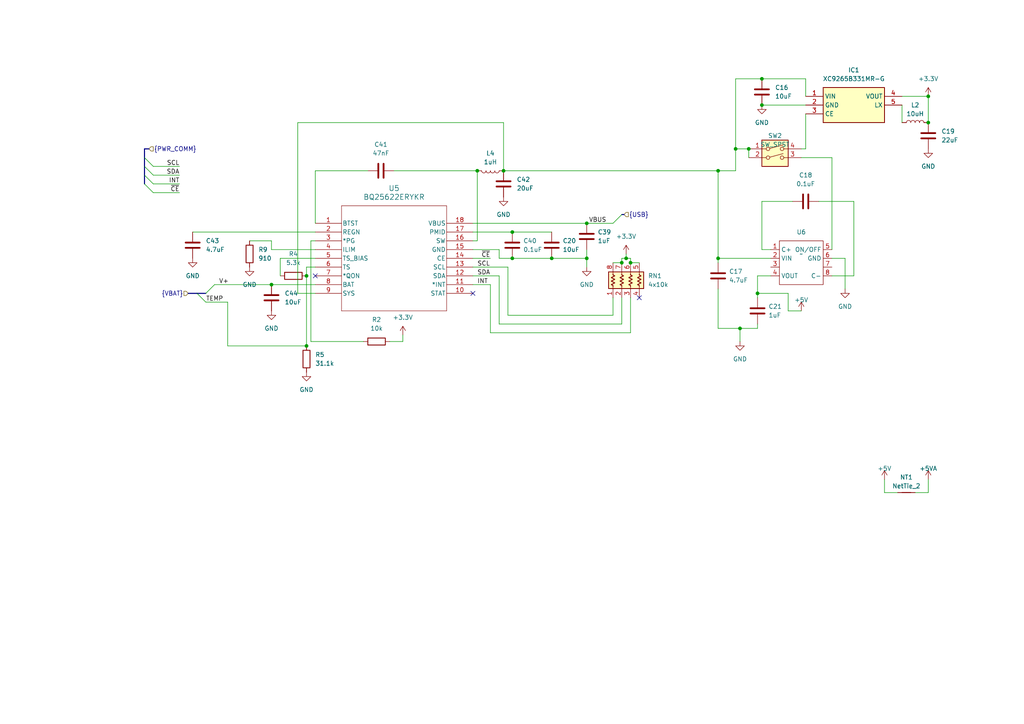
<source format=kicad_sch>
(kicad_sch (version 20230121) (generator eeschema)

  (uuid 7a47aecf-fc9d-4343-8fa5-256c2a48d0bf)

  (paper "A4")

  (lib_symbols
    (symbol "2023-10-04_16-25-06:BQ25622ERYKR" (pin_names (offset 0.254)) (in_bom yes) (on_board yes)
      (property "Reference" "U" (at 22.86 10.16 0)
        (effects (font (size 1.524 1.524)))
      )
      (property "Value" "BQ25622ERYKR" (at 22.86 7.62 0)
        (effects (font (size 1.524 1.524)))
      )
      (property "Footprint" "footprints:WQFN-HR18_RYK_TEX" (at 0 0 0)
        (effects (font (size 1.27 1.27) italic) hide)
      )
      (property "Datasheet" "BQ25622ERYKR" (at 0 0 0)
        (effects (font (size 1.27 1.27) italic) hide)
      )
      (property "ki_keywords" "BQ25622ERYKR" (at 0 0 0)
        (effects (font (size 1.27 1.27)) hide)
      )
      (property "ki_fp_filters" "WQFN-HR18_RYK_TEX" (at 0 0 0)
        (effects (font (size 1.27 1.27)) hide)
      )
      (symbol "BQ25622ERYKR_0_1"
        (polyline
          (pts
            (xy 7.62 -25.4)
            (xy 38.1 -25.4)
          )
          (stroke (width 0.127) (type default))
          (fill (type none))
        )
        (polyline
          (pts
            (xy 7.62 5.08)
            (xy 7.62 -25.4)
          )
          (stroke (width 0.127) (type default))
          (fill (type none))
        )
        (polyline
          (pts
            (xy 38.1 -25.4)
            (xy 38.1 5.08)
          )
          (stroke (width 0.127) (type default))
          (fill (type none))
        )
        (polyline
          (pts
            (xy 38.1 5.08)
            (xy 7.62 5.08)
          )
          (stroke (width 0.127) (type default))
          (fill (type none))
        )
        (pin power_in line (at 0 0 0) (length 7.62)
          (name "BTST" (effects (font (size 1.27 1.27))))
          (number "1" (effects (font (size 1.27 1.27))))
        )
        (pin output line (at 45.72 -20.32 180) (length 7.62)
          (name "STAT" (effects (font (size 1.27 1.27))))
          (number "10" (effects (font (size 1.27 1.27))))
        )
        (pin output line (at 45.72 -17.78 180) (length 7.62)
          (name "*INT" (effects (font (size 1.27 1.27))))
          (number "11" (effects (font (size 1.27 1.27))))
        )
        (pin bidirectional line (at 45.72 -15.24 180) (length 7.62)
          (name "SDA" (effects (font (size 1.27 1.27))))
          (number "12" (effects (font (size 1.27 1.27))))
        )
        (pin input line (at 45.72 -12.7 180) (length 7.62)
          (name "SCL" (effects (font (size 1.27 1.27))))
          (number "13" (effects (font (size 1.27 1.27))))
        )
        (pin input line (at 45.72 -10.16 180) (length 7.62)
          (name "CE" (effects (font (size 1.27 1.27))))
          (number "14" (effects (font (size 1.27 1.27))))
        )
        (pin power_out line (at 45.72 -7.62 180) (length 7.62)
          (name "GND" (effects (font (size 1.27 1.27))))
          (number "15" (effects (font (size 1.27 1.27))))
        )
        (pin power_in line (at 45.72 -5.08 180) (length 7.62)
          (name "SW" (effects (font (size 1.27 1.27))))
          (number "16" (effects (font (size 1.27 1.27))))
        )
        (pin power_in line (at 45.72 -2.54 180) (length 7.62)
          (name "PMID" (effects (font (size 1.27 1.27))))
          (number "17" (effects (font (size 1.27 1.27))))
        )
        (pin power_in line (at 45.72 0 180) (length 7.62)
          (name "VBUS" (effects (font (size 1.27 1.27))))
          (number "18" (effects (font (size 1.27 1.27))))
        )
        (pin power_in line (at 0 -2.54 0) (length 7.62)
          (name "REGN" (effects (font (size 1.27 1.27))))
          (number "2" (effects (font (size 1.27 1.27))))
        )
        (pin unspecified line (at 0 -5.08 0) (length 7.62)
          (name "*PG" (effects (font (size 1.27 1.27))))
          (number "3" (effects (font (size 1.27 1.27))))
        )
        (pin bidirectional line (at 0 -7.62 0) (length 7.62)
          (name "ILIM" (effects (font (size 1.27 1.27))))
          (number "4" (effects (font (size 1.27 1.27))))
        )
        (pin power_in line (at 0 -10.16 0) (length 7.62)
          (name "TS_BIAS" (effects (font (size 1.27 1.27))))
          (number "5" (effects (font (size 1.27 1.27))))
        )
        (pin input line (at 0 -12.7 0) (length 7.62)
          (name "TS" (effects (font (size 1.27 1.27))))
          (number "6" (effects (font (size 1.27 1.27))))
        )
        (pin input line (at 0 -15.24 0) (length 7.62)
          (name "*QON" (effects (font (size 1.27 1.27))))
          (number "7" (effects (font (size 1.27 1.27))))
        )
        (pin power_in line (at 0 -17.78 0) (length 7.62)
          (name "BAT" (effects (font (size 1.27 1.27))))
          (number "8" (effects (font (size 1.27 1.27))))
        )
        (pin power_in line (at 0 -20.32 0) (length 7.62)
          (name "SYS" (effects (font (size 1.27 1.27))))
          (number "9" (effects (font (size 1.27 1.27))))
        )
      )
    )
    (symbol "Device:C" (pin_numbers hide) (pin_names (offset 0.254)) (in_bom yes) (on_board yes)
      (property "Reference" "C" (at 0.635 2.54 0)
        (effects (font (size 1.27 1.27)) (justify left))
      )
      (property "Value" "C" (at 0.635 -2.54 0)
        (effects (font (size 1.27 1.27)) (justify left))
      )
      (property "Footprint" "" (at 0.9652 -3.81 0)
        (effects (font (size 1.27 1.27)) hide)
      )
      (property "Datasheet" "~" (at 0 0 0)
        (effects (font (size 1.27 1.27)) hide)
      )
      (property "ki_keywords" "cap capacitor" (at 0 0 0)
        (effects (font (size 1.27 1.27)) hide)
      )
      (property "ki_description" "Unpolarized capacitor" (at 0 0 0)
        (effects (font (size 1.27 1.27)) hide)
      )
      (property "ki_fp_filters" "C_*" (at 0 0 0)
        (effects (font (size 1.27 1.27)) hide)
      )
      (symbol "C_0_1"
        (polyline
          (pts
            (xy -2.032 -0.762)
            (xy 2.032 -0.762)
          )
          (stroke (width 0.508) (type default))
          (fill (type none))
        )
        (polyline
          (pts
            (xy -2.032 0.762)
            (xy 2.032 0.762)
          )
          (stroke (width 0.508) (type default))
          (fill (type none))
        )
      )
      (symbol "C_1_1"
        (pin passive line (at 0 3.81 270) (length 2.794)
          (name "~" (effects (font (size 1.27 1.27))))
          (number "1" (effects (font (size 1.27 1.27))))
        )
        (pin passive line (at 0 -3.81 90) (length 2.794)
          (name "~" (effects (font (size 1.27 1.27))))
          (number "2" (effects (font (size 1.27 1.27))))
        )
      )
    )
    (symbol "Device:L" (pin_numbers hide) (pin_names (offset 1.016) hide) (in_bom yes) (on_board yes)
      (property "Reference" "L" (at -1.27 0 90)
        (effects (font (size 1.27 1.27)))
      )
      (property "Value" "L" (at 1.905 0 90)
        (effects (font (size 1.27 1.27)))
      )
      (property "Footprint" "" (at 0 0 0)
        (effects (font (size 1.27 1.27)) hide)
      )
      (property "Datasheet" "~" (at 0 0 0)
        (effects (font (size 1.27 1.27)) hide)
      )
      (property "ki_keywords" "inductor choke coil reactor magnetic" (at 0 0 0)
        (effects (font (size 1.27 1.27)) hide)
      )
      (property "ki_description" "Inductor" (at 0 0 0)
        (effects (font (size 1.27 1.27)) hide)
      )
      (property "ki_fp_filters" "Choke_* *Coil* Inductor_* L_*" (at 0 0 0)
        (effects (font (size 1.27 1.27)) hide)
      )
      (symbol "L_0_1"
        (arc (start 0 -2.54) (mid 0.6323 -1.905) (end 0 -1.27)
          (stroke (width 0) (type default))
          (fill (type none))
        )
        (arc (start 0 -1.27) (mid 0.6323 -0.635) (end 0 0)
          (stroke (width 0) (type default))
          (fill (type none))
        )
        (arc (start 0 0) (mid 0.6323 0.635) (end 0 1.27)
          (stroke (width 0) (type default))
          (fill (type none))
        )
        (arc (start 0 1.27) (mid 0.6323 1.905) (end 0 2.54)
          (stroke (width 0) (type default))
          (fill (type none))
        )
      )
      (symbol "L_1_1"
        (pin passive line (at 0 3.81 270) (length 1.27)
          (name "1" (effects (font (size 1.27 1.27))))
          (number "1" (effects (font (size 1.27 1.27))))
        )
        (pin passive line (at 0 -3.81 90) (length 1.27)
          (name "2" (effects (font (size 1.27 1.27))))
          (number "2" (effects (font (size 1.27 1.27))))
        )
      )
    )
    (symbol "Device:NetTie_2" (pin_numbers hide) (pin_names (offset 0) hide) (in_bom no) (on_board yes)
      (property "Reference" "NT" (at 0 1.27 0)
        (effects (font (size 1.27 1.27)))
      )
      (property "Value" "NetTie_2" (at 0 -1.27 0)
        (effects (font (size 1.27 1.27)))
      )
      (property "Footprint" "" (at 0 0 0)
        (effects (font (size 1.27 1.27)) hide)
      )
      (property "Datasheet" "~" (at 0 0 0)
        (effects (font (size 1.27 1.27)) hide)
      )
      (property "ki_keywords" "net tie short" (at 0 0 0)
        (effects (font (size 1.27 1.27)) hide)
      )
      (property "ki_description" "Net tie, 2 pins" (at 0 0 0)
        (effects (font (size 1.27 1.27)) hide)
      )
      (property "ki_fp_filters" "Net*Tie*" (at 0 0 0)
        (effects (font (size 1.27 1.27)) hide)
      )
      (symbol "NetTie_2_0_1"
        (polyline
          (pts
            (xy -1.27 0)
            (xy 1.27 0)
          )
          (stroke (width 0.254) (type default))
          (fill (type none))
        )
      )
      (symbol "NetTie_2_1_1"
        (pin passive line (at -2.54 0 0) (length 2.54)
          (name "1" (effects (font (size 1.27 1.27))))
          (number "1" (effects (font (size 1.27 1.27))))
        )
        (pin passive line (at 2.54 0 180) (length 2.54)
          (name "2" (effects (font (size 1.27 1.27))))
          (number "2" (effects (font (size 1.27 1.27))))
        )
      )
    )
    (symbol "Device:R" (pin_numbers hide) (pin_names (offset 0)) (in_bom yes) (on_board yes)
      (property "Reference" "R" (at 2.032 0 90)
        (effects (font (size 1.27 1.27)))
      )
      (property "Value" "R" (at 0 0 90)
        (effects (font (size 1.27 1.27)))
      )
      (property "Footprint" "" (at -1.778 0 90)
        (effects (font (size 1.27 1.27)) hide)
      )
      (property "Datasheet" "~" (at 0 0 0)
        (effects (font (size 1.27 1.27)) hide)
      )
      (property "ki_keywords" "R res resistor" (at 0 0 0)
        (effects (font (size 1.27 1.27)) hide)
      )
      (property "ki_description" "Resistor" (at 0 0 0)
        (effects (font (size 1.27 1.27)) hide)
      )
      (property "ki_fp_filters" "R_*" (at 0 0 0)
        (effects (font (size 1.27 1.27)) hide)
      )
      (symbol "R_0_1"
        (rectangle (start -1.016 -2.54) (end 1.016 2.54)
          (stroke (width 0.254) (type default))
          (fill (type none))
        )
      )
      (symbol "R_1_1"
        (pin passive line (at 0 3.81 270) (length 1.27)
          (name "~" (effects (font (size 1.27 1.27))))
          (number "1" (effects (font (size 1.27 1.27))))
        )
        (pin passive line (at 0 -3.81 90) (length 1.27)
          (name "~" (effects (font (size 1.27 1.27))))
          (number "2" (effects (font (size 1.27 1.27))))
        )
      )
    )
    (symbol "PCM_Resistor_US_AKL:R_4x0603_Convex" (pin_names (offset 0.002) hide) (in_bom yes) (on_board yes)
      (property "Reference" "RN" (at 5.08 1.27 0)
        (effects (font (size 1.27 1.27)) (justify left))
      )
      (property "Value" "R_4x0603_Convex" (at 5.08 -1.27 0)
        (effects (font (size 1.27 1.27)) (justify left))
      )
      (property "Footprint" "Resistor_SMD_AKL:R_Array_Convex_4x0603" (at 0 -12.7 0)
        (effects (font (size 1.27 1.27)) hide)
      )
      (property "Datasheet" "~" (at 0 0 0)
        (effects (font (size 1.27 1.27)) hide)
      )
      (property "ki_keywords" "R smd network parallel isolated us x4 0603" (at 0 0 0)
        (effects (font (size 1.27 1.27)) hide)
      )
      (property "ki_description" "4x0603 SMD Resistor Network, Isolated, US Symbol, Alternate KiCad Library" (at 0 0 0)
        (effects (font (size 1.27 1.27)) hide)
      )
      (property "ki_fp_filters" "DIP* SOIC* R*Array*Concave* R*Array*Convex*" (at 0 0 0)
        (effects (font (size 1.27 1.27)) hide)
      )
      (symbol "R_4x0603_Convex_0_1"
        (rectangle (start -6.35 -2.413) (end 3.81 2.413)
          (stroke (width 0.254) (type default))
          (fill (type background))
        )
        (polyline
          (pts
            (xy -5.08 -2.54)
            (xy -5.08 -1.778)
          )
          (stroke (width 0) (type default))
          (fill (type none))
        )
        (polyline
          (pts
            (xy -5.08 1.778)
            (xy -5.08 2.54)
          )
          (stroke (width 0) (type default))
          (fill (type none))
        )
        (polyline
          (pts
            (xy -2.54 -2.54)
            (xy -2.54 -1.778)
          )
          (stroke (width 0) (type default))
          (fill (type none))
        )
        (polyline
          (pts
            (xy -2.54 1.778)
            (xy -2.54 2.54)
          )
          (stroke (width 0) (type default))
          (fill (type none))
        )
        (polyline
          (pts
            (xy 0 -2.54)
            (xy 0 -1.778)
          )
          (stroke (width 0) (type default))
          (fill (type none))
        )
        (polyline
          (pts
            (xy 0 1.778)
            (xy 0 2.54)
          )
          (stroke (width 0) (type default))
          (fill (type none))
        )
        (polyline
          (pts
            (xy 2.54 -2.54)
            (xy 2.54 -1.778)
          )
          (stroke (width 0) (type default))
          (fill (type none))
        )
        (polyline
          (pts
            (xy 2.54 1.778)
            (xy 2.54 2.54)
          )
          (stroke (width 0) (type default))
          (fill (type none))
        )
        (polyline
          (pts
            (xy -5.08 1.778)
            (xy -5.08 1.524)
            (xy -4.572 1.27)
            (xy -5.588 0.762)
            (xy -4.572 0.254)
            (xy -5.588 -0.254)
            (xy -4.572 -0.762)
            (xy -5.588 -1.27)
            (xy -5.08 -1.524)
            (xy -5.08 -1.778)
          )
          (stroke (width 0.254) (type default))
          (fill (type none))
        )
        (polyline
          (pts
            (xy -2.54 1.778)
            (xy -2.54 1.524)
            (xy -2.032 1.27)
            (xy -3.048 0.762)
            (xy -2.032 0.254)
            (xy -3.048 -0.254)
            (xy -2.032 -0.762)
            (xy -3.048 -1.27)
            (xy -2.54 -1.524)
            (xy -2.54 -1.778)
          )
          (stroke (width 0.254) (type default))
          (fill (type none))
        )
        (polyline
          (pts
            (xy 0 1.778)
            (xy 0 1.524)
            (xy 0.508 1.27)
            (xy -0.508 0.762)
            (xy 0.508 0.254)
            (xy -0.508 -0.254)
            (xy 0.508 -0.762)
            (xy -0.508 -1.27)
            (xy 0 -1.524)
            (xy 0 -1.778)
          )
          (stroke (width 0.254) (type default))
          (fill (type none))
        )
        (polyline
          (pts
            (xy 2.54 1.778)
            (xy 2.54 1.524)
            (xy 3.048 1.27)
            (xy 2.032 0.762)
            (xy 3.048 0.254)
            (xy 2.032 -0.254)
            (xy 3.048 -0.762)
            (xy 2.032 -1.27)
            (xy 2.54 -1.524)
            (xy 2.54 -1.778)
          )
          (stroke (width 0.254) (type default))
          (fill (type none))
        )
      )
      (symbol "R_4x0603_Convex_1_1"
        (pin passive line (at -5.08 -5.08 90) (length 2.54)
          (name "R1.1" (effects (font (size 1.27 1.27))))
          (number "1" (effects (font (size 1.27 1.27))))
        )
        (pin passive line (at -2.54 -5.08 90) (length 2.54)
          (name "R2.1" (effects (font (size 1.27 1.27))))
          (number "2" (effects (font (size 1.27 1.27))))
        )
        (pin passive line (at 0 -5.08 90) (length 2.54)
          (name "R3.1" (effects (font (size 1.27 1.27))))
          (number "3" (effects (font (size 1.27 1.27))))
        )
        (pin passive line (at 2.54 -5.08 90) (length 2.54)
          (name "R4.1" (effects (font (size 1.27 1.27))))
          (number "4" (effects (font (size 1.27 1.27))))
        )
        (pin passive line (at 2.54 5.08 270) (length 2.54)
          (name "R4.2" (effects (font (size 1.27 1.27))))
          (number "5" (effects (font (size 1.27 1.27))))
        )
        (pin passive line (at 0 5.08 270) (length 2.54)
          (name "R3.2" (effects (font (size 1.27 1.27))))
          (number "6" (effects (font (size 1.27 1.27))))
        )
        (pin passive line (at -2.54 5.08 270) (length 2.54)
          (name "R2.2" (effects (font (size 1.27 1.27))))
          (number "7" (effects (font (size 1.27 1.27))))
        )
        (pin passive line (at -5.08 5.08 270) (length 2.54)
          (name "R1.2" (effects (font (size 1.27 1.27))))
          (number "8" (effects (font (size 1.27 1.27))))
        )
      )
    )
    (symbol "S-882150APH:S-882150APH" (in_bom yes) (on_board yes)
      (property "Reference" "U" (at 0 -12.7 0)
        (effects (font (size 1.27 1.27)))
      )
      (property "Value" "" (at 0 0 0)
        (effects (font (size 1.27 1.27)))
      )
      (property "Footprint" "S-882150APH:S-882150APH" (at 0 0 0)
        (effects (font (size 1.27 1.27)) hide)
      )
      (property "Datasheet" "" (at 0 0 0)
        (effects (font (size 1.27 1.27)) hide)
      )
      (symbol "S-882150APH_0_1"
        (rectangle (start -6.35 3.81) (end 6.35 -8.89)
          (stroke (width 0) (type default))
          (fill (type none))
        )
      )
      (symbol "S-882150APH_1_1"
        (pin input line (at -8.89 1.27 0) (length 2.54)
          (name "C+" (effects (font (size 1.27 1.27))))
          (number "1" (effects (font (size 1.27 1.27))))
        )
        (pin input line (at -8.89 -1.27 0) (length 2.54)
          (name "VIN" (effects (font (size 1.27 1.27))))
          (number "2" (effects (font (size 1.27 1.27))))
        )
        (pin input line (at -8.89 -3.81 0) (length 2.54)
          (name "" (effects (font (size 1.27 1.27))))
          (number "3" (effects (font (size 1.27 1.27))))
        )
        (pin input line (at -8.89 -6.35 0) (length 2.54)
          (name "VOUT" (effects (font (size 1.27 1.27))))
          (number "4" (effects (font (size 1.27 1.27))))
        )
        (pin input line (at 8.89 1.27 180) (length 2.54)
          (name "ON/OFF" (effects (font (size 1.27 1.27))))
          (number "5" (effects (font (size 1.27 1.27))))
        )
        (pin input line (at 8.89 -1.27 180) (length 2.54)
          (name "GND" (effects (font (size 1.27 1.27))))
          (number "6" (effects (font (size 1.27 1.27))))
        )
        (pin input line (at 8.89 -3.81 180) (length 2.54)
          (name "" (effects (font (size 1.27 1.27))))
          (number "7" (effects (font (size 1.27 1.27))))
        )
        (pin input line (at 8.89 -6.35 180) (length 2.54)
          (name "C-" (effects (font (size 1.27 1.27))))
          (number "8" (effects (font (size 1.27 1.27))))
        )
      )
    )
    (symbol "Switch:SW_DIP_x02" (pin_names (offset 0) hide) (in_bom yes) (on_board yes)
      (property "Reference" "SW" (at 0 6.35 0)
        (effects (font (size 1.27 1.27)))
      )
      (property "Value" "SW_DIP_x02" (at 0 -3.81 0)
        (effects (font (size 1.27 1.27)))
      )
      (property "Footprint" "" (at 0 0 0)
        (effects (font (size 1.27 1.27)) hide)
      )
      (property "Datasheet" "~" (at 0 0 0)
        (effects (font (size 1.27 1.27)) hide)
      )
      (property "ki_keywords" "dip switch" (at 0 0 0)
        (effects (font (size 1.27 1.27)) hide)
      )
      (property "ki_description" "2x DIP Switch, Single Pole Single Throw (SPST) switch, small symbol" (at 0 0 0)
        (effects (font (size 1.27 1.27)) hide)
      )
      (property "ki_fp_filters" "SW?DIP?x2*" (at 0 0 0)
        (effects (font (size 1.27 1.27)) hide)
      )
      (symbol "SW_DIP_x02_0_0"
        (circle (center -2.032 0) (radius 0.508)
          (stroke (width 0) (type default))
          (fill (type none))
        )
        (circle (center -2.032 2.54) (radius 0.508)
          (stroke (width 0) (type default))
          (fill (type none))
        )
        (polyline
          (pts
            (xy -1.524 0.127)
            (xy 2.3622 1.1684)
          )
          (stroke (width 0) (type default))
          (fill (type none))
        )
        (polyline
          (pts
            (xy -1.524 2.667)
            (xy 2.3622 3.7084)
          )
          (stroke (width 0) (type default))
          (fill (type none))
        )
        (circle (center 2.032 0) (radius 0.508)
          (stroke (width 0) (type default))
          (fill (type none))
        )
        (circle (center 2.032 2.54) (radius 0.508)
          (stroke (width 0) (type default))
          (fill (type none))
        )
      )
      (symbol "SW_DIP_x02_0_1"
        (rectangle (start -3.81 5.08) (end 3.81 -2.54)
          (stroke (width 0.254) (type default))
          (fill (type background))
        )
      )
      (symbol "SW_DIP_x02_1_1"
        (pin passive line (at -7.62 2.54 0) (length 5.08)
          (name "~" (effects (font (size 1.27 1.27))))
          (number "1" (effects (font (size 1.27 1.27))))
        )
        (pin passive line (at -7.62 0 0) (length 5.08)
          (name "~" (effects (font (size 1.27 1.27))))
          (number "2" (effects (font (size 1.27 1.27))))
        )
        (pin passive line (at 7.62 0 180) (length 5.08)
          (name "~" (effects (font (size 1.27 1.27))))
          (number "3" (effects (font (size 1.27 1.27))))
        )
        (pin passive line (at 7.62 2.54 180) (length 5.08)
          (name "~" (effects (font (size 1.27 1.27))))
          (number "4" (effects (font (size 1.27 1.27))))
        )
      )
    )
    (symbol "XC9265B331MR-G:XC9265B331MR-G" (in_bom yes) (on_board yes)
      (property "Reference" "IC" (at 24.13 7.62 0)
        (effects (font (size 1.27 1.27)) (justify left top))
      )
      (property "Value" "XC9265B331MR-G" (at 24.13 5.08 0)
        (effects (font (size 1.27 1.27)) (justify left top))
      )
      (property "Footprint" "XC9265B331MR-G:SOT95P280X130-5N" (at 24.13 -94.92 0)
        (effects (font (size 1.27 1.27)) (justify left top) hide)
      )
      (property "Datasheet" "https://www.torexsemi.com/file/xc9265/XC9265.pdf" (at 24.13 -194.92 0)
        (effects (font (size 1.27 1.27)) (justify left top) hide)
      )
      (property "Height" "1.3" (at 24.13 -394.92 0)
        (effects (font (size 1.27 1.27)) (justify left top) hide)
      )
      (property "Mouser Part Number" "865-XC9265B331MR-G" (at 24.13 -494.92 0)
        (effects (font (size 1.27 1.27)) (justify left top) hide)
      )
      (property "Mouser Price/Stock" "https://www.mouser.co.uk/ProductDetail/Torex-Semiconductor/XC9265B331MR-G?qs=AsjdqWjXhJ9W6D2jxtOvYQ%3D%3D" (at 24.13 -594.92 0)
        (effects (font (size 1.27 1.27)) (justify left top) hide)
      )
      (property "Manufacturer_Name" "Torex" (at 24.13 -694.92 0)
        (effects (font (size 1.27 1.27)) (justify left top) hide)
      )
      (property "Manufacturer_Part_Number" "XC9265B331MR-G" (at 24.13 -794.92 0)
        (effects (font (size 1.27 1.27)) (justify left top) hide)
      )
      (property "ki_description" "Switching Voltage Regulators Ultra Low Power PFM DCDC Converter" (at 0 0 0)
        (effects (font (size 1.27 1.27)) hide)
      )
      (symbol "XC9265B331MR-G_1_1"
        (rectangle (start 5.08 2.54) (end 22.86 -7.62)
          (stroke (width 0.254) (type default))
          (fill (type background))
        )
        (pin passive line (at 0 0 0) (length 5.08)
          (name "VIN" (effects (font (size 1.27 1.27))))
          (number "1" (effects (font (size 1.27 1.27))))
        )
        (pin passive line (at 0 -2.54 0) (length 5.08)
          (name "GND" (effects (font (size 1.27 1.27))))
          (number "2" (effects (font (size 1.27 1.27))))
        )
        (pin passive line (at 0 -5.08 0) (length 5.08)
          (name "CE" (effects (font (size 1.27 1.27))))
          (number "3" (effects (font (size 1.27 1.27))))
        )
        (pin passive line (at 27.94 0 180) (length 5.08)
          (name "VOUT" (effects (font (size 1.27 1.27))))
          (number "4" (effects (font (size 1.27 1.27))))
        )
        (pin passive line (at 27.94 -2.54 180) (length 5.08)
          (name "LX" (effects (font (size 1.27 1.27))))
          (number "5" (effects (font (size 1.27 1.27))))
        )
      )
    )
    (symbol "power:+3.3V" (power) (pin_names (offset 0)) (in_bom yes) (on_board yes)
      (property "Reference" "#PWR" (at 0 -3.81 0)
        (effects (font (size 1.27 1.27)) hide)
      )
      (property "Value" "+3.3V" (at 0 3.556 0)
        (effects (font (size 1.27 1.27)))
      )
      (property "Footprint" "" (at 0 0 0)
        (effects (font (size 1.27 1.27)) hide)
      )
      (property "Datasheet" "" (at 0 0 0)
        (effects (font (size 1.27 1.27)) hide)
      )
      (property "ki_keywords" "global power" (at 0 0 0)
        (effects (font (size 1.27 1.27)) hide)
      )
      (property "ki_description" "Power symbol creates a global label with name \"+3.3V\"" (at 0 0 0)
        (effects (font (size 1.27 1.27)) hide)
      )
      (symbol "+3.3V_0_1"
        (polyline
          (pts
            (xy -0.762 1.27)
            (xy 0 2.54)
          )
          (stroke (width 0) (type default))
          (fill (type none))
        )
        (polyline
          (pts
            (xy 0 0)
            (xy 0 2.54)
          )
          (stroke (width 0) (type default))
          (fill (type none))
        )
        (polyline
          (pts
            (xy 0 2.54)
            (xy 0.762 1.27)
          )
          (stroke (width 0) (type default))
          (fill (type none))
        )
      )
      (symbol "+3.3V_1_1"
        (pin power_in line (at 0 0 90) (length 0) hide
          (name "+3.3V" (effects (font (size 1.27 1.27))))
          (number "1" (effects (font (size 1.27 1.27))))
        )
      )
    )
    (symbol "power:+5V" (power) (pin_names (offset 0)) (in_bom yes) (on_board yes)
      (property "Reference" "#PWR" (at 0 -3.81 0)
        (effects (font (size 1.27 1.27)) hide)
      )
      (property "Value" "+5V" (at 0 3.556 0)
        (effects (font (size 1.27 1.27)))
      )
      (property "Footprint" "" (at 0 0 0)
        (effects (font (size 1.27 1.27)) hide)
      )
      (property "Datasheet" "" (at 0 0 0)
        (effects (font (size 1.27 1.27)) hide)
      )
      (property "ki_keywords" "global power" (at 0 0 0)
        (effects (font (size 1.27 1.27)) hide)
      )
      (property "ki_description" "Power symbol creates a global label with name \"+5V\"" (at 0 0 0)
        (effects (font (size 1.27 1.27)) hide)
      )
      (symbol "+5V_0_1"
        (polyline
          (pts
            (xy -0.762 1.27)
            (xy 0 2.54)
          )
          (stroke (width 0) (type default))
          (fill (type none))
        )
        (polyline
          (pts
            (xy 0 0)
            (xy 0 2.54)
          )
          (stroke (width 0) (type default))
          (fill (type none))
        )
        (polyline
          (pts
            (xy 0 2.54)
            (xy 0.762 1.27)
          )
          (stroke (width 0) (type default))
          (fill (type none))
        )
      )
      (symbol "+5V_1_1"
        (pin power_in line (at 0 0 90) (length 0) hide
          (name "+5V" (effects (font (size 1.27 1.27))))
          (number "1" (effects (font (size 1.27 1.27))))
        )
      )
    )
    (symbol "power:+5VA" (power) (pin_names (offset 0)) (in_bom yes) (on_board yes)
      (property "Reference" "#PWR" (at 0 -3.81 0)
        (effects (font (size 1.27 1.27)) hide)
      )
      (property "Value" "+5VA" (at 0 3.556 0)
        (effects (font (size 1.27 1.27)))
      )
      (property "Footprint" "" (at 0 0 0)
        (effects (font (size 1.27 1.27)) hide)
      )
      (property "Datasheet" "" (at 0 0 0)
        (effects (font (size 1.27 1.27)) hide)
      )
      (property "ki_keywords" "global power" (at 0 0 0)
        (effects (font (size 1.27 1.27)) hide)
      )
      (property "ki_description" "Power symbol creates a global label with name \"+5VA\"" (at 0 0 0)
        (effects (font (size 1.27 1.27)) hide)
      )
      (symbol "+5VA_0_1"
        (polyline
          (pts
            (xy -0.762 1.27)
            (xy 0 2.54)
          )
          (stroke (width 0) (type default))
          (fill (type none))
        )
        (polyline
          (pts
            (xy 0 0)
            (xy 0 2.54)
          )
          (stroke (width 0) (type default))
          (fill (type none))
        )
        (polyline
          (pts
            (xy 0 2.54)
            (xy 0.762 1.27)
          )
          (stroke (width 0) (type default))
          (fill (type none))
        )
      )
      (symbol "+5VA_1_1"
        (pin power_in line (at 0 0 90) (length 0) hide
          (name "+5VA" (effects (font (size 1.27 1.27))))
          (number "1" (effects (font (size 1.27 1.27))))
        )
      )
    )
    (symbol "power:GND" (power) (pin_names (offset 0)) (in_bom yes) (on_board yes)
      (property "Reference" "#PWR" (at 0 -6.35 0)
        (effects (font (size 1.27 1.27)) hide)
      )
      (property "Value" "GND" (at 0 -3.81 0)
        (effects (font (size 1.27 1.27)))
      )
      (property "Footprint" "" (at 0 0 0)
        (effects (font (size 1.27 1.27)) hide)
      )
      (property "Datasheet" "" (at 0 0 0)
        (effects (font (size 1.27 1.27)) hide)
      )
      (property "ki_keywords" "global power" (at 0 0 0)
        (effects (font (size 1.27 1.27)) hide)
      )
      (property "ki_description" "Power symbol creates a global label with name \"GND\" , ground" (at 0 0 0)
        (effects (font (size 1.27 1.27)) hide)
      )
      (symbol "GND_0_1"
        (polyline
          (pts
            (xy 0 0)
            (xy 0 -1.27)
            (xy 1.27 -1.27)
            (xy 0 -2.54)
            (xy -1.27 -1.27)
            (xy 0 -1.27)
          )
          (stroke (width 0) (type default))
          (fill (type none))
        )
      )
      (symbol "GND_1_1"
        (pin power_in line (at 0 0 270) (length 0) hide
          (name "GND" (effects (font (size 1.27 1.27))))
          (number "1" (effects (font (size 1.27 1.27))))
        )
      )
    )
  )

  (junction (at 269.24 27.94) (diameter 0) (color 0 0 0 0)
    (uuid 02fc8995-e7ce-4e2d-824d-b1b611ba6db4)
  )
  (junction (at 214.63 95.25) (diameter 0) (color 0 0 0 0)
    (uuid 050fd0cb-f481-48fb-a5a4-a51d992e8ffa)
  )
  (junction (at 208.28 74.93) (diameter 0) (color 0 0 0 0)
    (uuid 172b3c63-e21d-4848-9f26-dd2ee174faa5)
  )
  (junction (at 181.61 74.93) (diameter 0) (color 0 0 0 0)
    (uuid 1a70a5f7-3dc8-4557-938d-ba3bd8f9a51c)
  )
  (junction (at 182.88 76.2) (diameter 0) (color 0 0 0 0)
    (uuid 1dd7d954-57a3-42af-8bc1-f0e1e9e32f25)
  )
  (junction (at 148.59 67.31) (diameter 0) (color 0 0 0 0)
    (uuid 26afea50-9e0c-480a-a410-7c22389d5838)
  )
  (junction (at 213.36 43.18) (diameter 0) (color 0 0 0 0)
    (uuid 47d11ff7-76ba-40a7-ac98-dd3aba035778)
  )
  (junction (at 219.71 85.09) (diameter 0) (color 0 0 0 0)
    (uuid 4b7eb62a-882e-457d-b730-6f4785a67155)
  )
  (junction (at 208.28 49.53) (diameter 0) (color 0 0 0 0)
    (uuid 5ce4955d-941b-4b98-84ce-d0eefa772cb5)
  )
  (junction (at 146.05 49.53) (diameter 0) (color 0 0 0 0)
    (uuid 625e445f-99d8-4365-9d16-914e368e95af)
  )
  (junction (at 138.43 49.53) (diameter 0) (color 0 0 0 0)
    (uuid 6e4920c1-3cef-40bb-8ad0-8e33d7f7a4a1)
  )
  (junction (at 220.98 30.48) (diameter 0) (color 0 0 0 0)
    (uuid 6fdc239a-9bd8-4b15-bbb1-665f54202f16)
  )
  (junction (at 217.17 43.18) (diameter 0) (color 0 0 0 0)
    (uuid 7170605f-8142-4feb-9d3c-fd66de9bde71)
  )
  (junction (at 148.59 74.93) (diameter 0) (color 0 0 0 0)
    (uuid 7872338e-b855-4c5d-9789-f2f5c7a73771)
  )
  (junction (at 269.24 35.56) (diameter 0) (color 0 0 0 0)
    (uuid 8876dfb1-38e7-41eb-9376-c8f692e1a366)
  )
  (junction (at 88.9 80.01) (diameter 0) (color 0 0 0 0)
    (uuid 8e3914b1-650c-459e-b7a1-1d44dd062e36)
  )
  (junction (at 78.74 82.55) (diameter 0) (color 0 0 0 0)
    (uuid a4a8de22-3712-48b6-a638-c655c8abffc6)
  )
  (junction (at 180.34 76.2) (diameter 0) (color 0 0 0 0)
    (uuid d5588da4-a1b1-4ddf-b9e4-c63dae85099c)
  )
  (junction (at 170.18 74.93) (diameter 0) (color 0 0 0 0)
    (uuid d60258c9-a4da-4bf4-a8ad-3e830814ec53)
  )
  (junction (at 170.18 64.77) (diameter 0) (color 0 0 0 0)
    (uuid dd0f7b4d-a84e-48ac-b231-7d08301791a3)
  )
  (junction (at 220.98 22.86) (diameter 0) (color 0 0 0 0)
    (uuid dd37b121-cf0d-4ce7-af08-3b846f8c79e1)
  )
  (junction (at 160.02 74.93) (diameter 0) (color 0 0 0 0)
    (uuid e61a4cf1-1b85-4acc-a4a8-2867c4d571cb)
  )
  (junction (at 88.9 100.33) (diameter 0) (color 0 0 0 0)
    (uuid ea048a74-0ae3-42e6-82d9-49d5e2c32d32)
  )

  (no_connect (at 91.44 80.01) (uuid 79de6b7e-8ac5-4030-8432-09e82ec0614e))
  (no_connect (at 137.16 85.09) (uuid a8d9f596-8917-40af-a2ee-d7626f4145f3))
  (no_connect (at 185.42 86.36) (uuid f476554a-ee87-49f8-a4b2-f8458bb6b642))

  (bus_entry (at 41.91 53.34) (size 2.54 2.54)
    (stroke (width 0) (type default))
    (uuid 1889c5a5-05a8-4bee-9895-b9b1a5f74157)
  )
  (bus_entry (at 41.91 50.8) (size 2.54 2.54)
    (stroke (width 0) (type default))
    (uuid 8124a0d6-a652-47a3-9001-dc512fa17cdd)
  )
  (bus_entry (at 59.69 85.09) (size 2.54 -2.54)
    (stroke (width 0) (type default))
    (uuid 9d1da75b-8a42-4e0e-80ec-2665d3b8d64a)
  )
  (bus_entry (at 57.15 85.09) (size 2.54 2.54)
    (stroke (width 0) (type default))
    (uuid aa637972-f19d-4abb-92c6-965c3224d62a)
  )
  (bus_entry (at 41.91 45.72) (size 2.54 2.54)
    (stroke (width 0) (type default))
    (uuid b86674ee-135c-4ad9-baba-0d82daaf30eb)
  )
  (bus_entry (at 41.91 48.26) (size 2.54 2.54)
    (stroke (width 0) (type default))
    (uuid ca5ec903-447d-40bf-ae10-37742c531fea)
  )
  (bus_entry (at 180.34 62.23) (size -2.54 2.54)
    (stroke (width 0) (type default))
    (uuid d7b2e079-5c39-4d40-a497-e180f6b0a795)
  )

  (wire (pts (xy 91.44 72.39) (xy 78.74 72.39))
    (stroke (width 0) (type default))
    (uuid 011c92e7-22ad-4444-9a3a-01c06e3a70a5)
  )
  (wire (pts (xy 138.43 69.85) (xy 137.16 69.85))
    (stroke (width 0) (type default))
    (uuid 01beecd7-b4ea-4728-99e0-7cfc76eb821d)
  )
  (bus (pts (xy 41.91 43.18) (xy 41.91 45.72))
    (stroke (width 0) (type default))
    (uuid 0499fefb-ce2e-4aeb-a0c3-709b03c8db3d)
  )
  (bus (pts (xy 54.61 85.09) (xy 57.15 85.09))
    (stroke (width 0) (type default))
    (uuid 076c3182-5da0-4d03-a7db-8d80698e84a7)
  )

  (wire (pts (xy 220.98 72.39) (xy 220.98 58.42))
    (stroke (width 0) (type default))
    (uuid 09a41e70-a7c4-4b6c-9d03-16a08521306e)
  )
  (wire (pts (xy 147.32 77.47) (xy 147.32 91.44))
    (stroke (width 0) (type default))
    (uuid 0a991911-97ba-4f30-bf73-237c3d6c71f2)
  )
  (wire (pts (xy 144.78 80.01) (xy 144.78 93.98))
    (stroke (width 0) (type default))
    (uuid 0d4343b2-d83f-4e4e-bf85-2e91ab2174a7)
  )
  (wire (pts (xy 245.11 74.93) (xy 245.11 83.82))
    (stroke (width 0) (type default))
    (uuid 0e8b6b9a-68d4-41e1-a958-5fd3f2f42f8c)
  )
  (wire (pts (xy 66.04 100.33) (xy 66.04 87.63))
    (stroke (width 0) (type default))
    (uuid 127c1f8f-0e0e-4262-89b1-f1e77ca94d4a)
  )
  (wire (pts (xy 208.28 49.53) (xy 208.28 74.93))
    (stroke (width 0) (type default))
    (uuid 134f5471-9f19-428d-a53d-21f893eb8e0d)
  )
  (wire (pts (xy 81.28 80.01) (xy 81.28 74.93))
    (stroke (width 0) (type default))
    (uuid 13e53bdc-b8ee-4f8d-b1ad-d7259abae03d)
  )
  (wire (pts (xy 137.16 67.31) (xy 148.59 67.31))
    (stroke (width 0) (type default))
    (uuid 15105786-e2ea-4636-a2c4-7b4dc41ff453)
  )
  (wire (pts (xy 220.98 58.42) (xy 229.87 58.42))
    (stroke (width 0) (type default))
    (uuid 165ed3eb-67bc-41da-adfc-27cc4bee34ed)
  )
  (wire (pts (xy 214.63 95.25) (xy 208.28 95.25))
    (stroke (width 0) (type default))
    (uuid 17600897-5309-4813-9483-de2ff66a288c)
  )
  (wire (pts (xy 90.17 69.85) (xy 90.17 99.06))
    (stroke (width 0) (type default))
    (uuid 199ac29e-2865-4f3b-99ec-4cf738567c92)
  )
  (wire (pts (xy 88.9 100.33) (xy 66.04 100.33))
    (stroke (width 0) (type default))
    (uuid 1a26e08c-08e2-4a53-b59a-7e20b5d8460d)
  )
  (bus (pts (xy 57.15 85.09) (xy 59.69 85.09))
    (stroke (width 0) (type default))
    (uuid 1ab38c27-a532-4e81-b135-555f0bff88fe)
  )

  (wire (pts (xy 213.36 43.18) (xy 213.36 22.86))
    (stroke (width 0) (type default))
    (uuid 21e1ba5f-944b-4062-91c9-e06c3cda664b)
  )
  (bus (pts (xy 43.18 43.18) (xy 41.91 43.18))
    (stroke (width 0) (type default))
    (uuid 297854cd-0849-4615-bfa3-42aa4c40a2e2)
  )

  (wire (pts (xy 44.45 53.34) (xy 52.07 53.34))
    (stroke (width 0) (type default))
    (uuid 3076a2a2-e44e-4826-a72a-8a657c34ffeb)
  )
  (wire (pts (xy 137.16 72.39) (xy 144.78 72.39))
    (stroke (width 0) (type default))
    (uuid 30fee66a-e823-40a1-ba22-74f6c2ae693f)
  )
  (wire (pts (xy 146.05 35.56) (xy 146.05 49.53))
    (stroke (width 0) (type default))
    (uuid 31c58262-31ac-4bc0-ab90-4ad6f04088fe)
  )
  (wire (pts (xy 114.3 49.53) (xy 138.43 49.53))
    (stroke (width 0) (type default))
    (uuid 32c53108-949b-48ef-9c0b-d6be27ecb26d)
  )
  (bus (pts (xy 180.975 62.23) (xy 180.34 62.23))
    (stroke (width 0) (type default))
    (uuid 34f87a5b-eab9-4412-9a03-ef9310c3f0fe)
  )

  (wire (pts (xy 241.3 45.72) (xy 232.41 45.72))
    (stroke (width 0) (type default))
    (uuid 3b377c9e-8ab8-4807-9c3c-47b5de87f597)
  )
  (wire (pts (xy 233.68 27.94) (xy 233.68 22.86))
    (stroke (width 0) (type default))
    (uuid 3c042ac4-3782-463c-97fd-830cf8961cf0)
  )
  (wire (pts (xy 182.88 76.2) (xy 185.42 76.2))
    (stroke (width 0) (type default))
    (uuid 3c064e9a-058c-4591-9711-d50b1bd9209d)
  )
  (wire (pts (xy 256.54 142.875) (xy 260.35 142.875))
    (stroke (width 0) (type default))
    (uuid 3db1fa31-4ec3-4f7b-a223-88172d1ef9ae)
  )
  (wire (pts (xy 223.52 74.93) (xy 208.28 74.93))
    (stroke (width 0) (type default))
    (uuid 3eb13d75-e798-4596-ae49-e6a85d1e1e82)
  )
  (wire (pts (xy 88.9 80.01) (xy 88.9 100.33))
    (stroke (width 0) (type default))
    (uuid 3fd3efb0-30ef-4686-8d1a-434ce75a7e2c)
  )
  (wire (pts (xy 91.44 77.47) (xy 88.9 77.47))
    (stroke (width 0) (type default))
    (uuid 408a62c8-0b1a-482a-9964-df1c8b0d9e32)
  )
  (wire (pts (xy 91.44 49.53) (xy 106.68 49.53))
    (stroke (width 0) (type default))
    (uuid 4110afb4-3e37-40cd-b223-49e9a864626c)
  )
  (wire (pts (xy 213.36 22.86) (xy 220.98 22.86))
    (stroke (width 0) (type default))
    (uuid 42c89661-232b-408d-85ce-1fc27664dd17)
  )
  (wire (pts (xy 138.43 49.53) (xy 138.43 69.85))
    (stroke (width 0) (type default))
    (uuid 432dd941-9334-446c-9f7e-3c64e807b450)
  )
  (wire (pts (xy 44.45 55.88) (xy 52.07 55.88))
    (stroke (width 0) (type default))
    (uuid 458da1fc-d40a-41fa-a621-bfe36dee3282)
  )
  (wire (pts (xy 86.36 85.09) (xy 86.36 35.56))
    (stroke (width 0) (type default))
    (uuid 479c88e3-8772-46ee-bbd3-67e6804de2f5)
  )
  (wire (pts (xy 220.98 22.86) (xy 233.68 22.86))
    (stroke (width 0) (type default))
    (uuid 4a6856ad-71fc-4ffe-a279-bf2167b46330)
  )
  (bus (pts (xy 41.91 45.72) (xy 41.91 48.26))
    (stroke (width 0) (type default))
    (uuid 4ae53521-de82-4f6f-a68d-77e97a3392a9)
  )

  (wire (pts (xy 137.16 74.93) (xy 142.24 74.93))
    (stroke (width 0) (type default))
    (uuid 53b9e081-6132-4dcc-b4ee-b10348686e2f)
  )
  (wire (pts (xy 144.78 93.98) (xy 180.34 93.98))
    (stroke (width 0) (type default))
    (uuid 554dc9d8-bafb-4c9d-8170-1251634f6f91)
  )
  (wire (pts (xy 269.24 142.875) (xy 265.43 142.875))
    (stroke (width 0) (type default))
    (uuid 56e72ea6-343e-4464-a045-0896c58e6a0e)
  )
  (wire (pts (xy 223.52 72.39) (xy 220.98 72.39))
    (stroke (width 0) (type default))
    (uuid 56f07451-43c7-4892-a06e-284501c8c375)
  )
  (wire (pts (xy 261.62 35.56) (xy 261.62 30.48))
    (stroke (width 0) (type default))
    (uuid 57ef86e4-463b-4f5d-bf37-e34f0bc9afd9)
  )
  (wire (pts (xy 232.41 43.18) (xy 233.68 43.18))
    (stroke (width 0) (type default))
    (uuid 590ce3fb-23f1-45d1-86a7-6c77a9386289)
  )
  (wire (pts (xy 137.16 80.01) (xy 144.78 80.01))
    (stroke (width 0) (type default))
    (uuid 5ade02ff-409a-4642-b627-12eb7e7126cb)
  )
  (wire (pts (xy 142.24 82.55) (xy 142.24 96.52))
    (stroke (width 0) (type default))
    (uuid 5c100653-5b52-4926-b5e9-e65c3a0e6661)
  )
  (wire (pts (xy 241.3 72.39) (xy 241.3 45.72))
    (stroke (width 0) (type default))
    (uuid 67bca1ca-293d-4463-b1cc-b13d3bcc6e2e)
  )
  (wire (pts (xy 148.59 67.31) (xy 160.02 67.31))
    (stroke (width 0) (type default))
    (uuid 69a9609c-7376-4885-9ba6-5ffa3d2af518)
  )
  (wire (pts (xy 142.24 96.52) (xy 182.88 96.52))
    (stroke (width 0) (type default))
    (uuid 69bb7d23-730f-41b6-861d-8b2880e030b5)
  )
  (wire (pts (xy 182.88 74.93) (xy 182.88 76.2))
    (stroke (width 0) (type default))
    (uuid 7140a05b-4f48-4a58-a2ae-4d573d75b498)
  )
  (wire (pts (xy 177.8 76.2) (xy 180.34 76.2))
    (stroke (width 0) (type default))
    (uuid 721aa54e-ef3c-49c7-ab12-6b83df284421)
  )
  (wire (pts (xy 88.9 77.47) (xy 88.9 80.01))
    (stroke (width 0) (type default))
    (uuid 75773d91-85d6-4eb1-8038-ff4938681d1e)
  )
  (wire (pts (xy 147.32 91.44) (xy 177.8 91.44))
    (stroke (width 0) (type default))
    (uuid 761c36a7-aa37-470b-8803-82e801010603)
  )
  (wire (pts (xy 148.59 74.93) (xy 160.02 74.93))
    (stroke (width 0) (type default))
    (uuid 7af3d178-9227-441d-8ae0-4ff71186fda5)
  )
  (wire (pts (xy 219.71 85.09) (xy 228.6 85.09))
    (stroke (width 0) (type default))
    (uuid 7d46a0fc-c407-414b-acc2-bfab23b167a8)
  )
  (wire (pts (xy 208.28 95.25) (xy 208.28 83.82))
    (stroke (width 0) (type default))
    (uuid 7e004e24-158c-4e54-adeb-e27529aa8c4b)
  )
  (wire (pts (xy 116.84 99.06) (xy 113.03 99.06))
    (stroke (width 0) (type default))
    (uuid 7e8a2f2a-ea54-4fd1-8089-3713aa629bf8)
  )
  (wire (pts (xy 55.88 67.31) (xy 91.44 67.31))
    (stroke (width 0) (type default))
    (uuid 7ee355a1-8c8e-46dc-9319-69fcdc3cb73e)
  )
  (wire (pts (xy 180.34 93.98) (xy 180.34 86.36))
    (stroke (width 0) (type default))
    (uuid 7fc6b26a-51b9-4b27-8b63-a9c4d2bcb7a1)
  )
  (wire (pts (xy 170.18 74.93) (xy 170.18 72.39))
    (stroke (width 0) (type default))
    (uuid 809155de-1663-483d-a511-02609ee51aa0)
  )
  (wire (pts (xy 269.24 139.065) (xy 269.24 142.875))
    (stroke (width 0) (type default))
    (uuid 866cf2d7-806f-4434-983f-ada004984c6e)
  )
  (wire (pts (xy 228.6 85.09) (xy 228.6 90.17))
    (stroke (width 0) (type default))
    (uuid 87665ef8-aed3-4785-8957-b5f7a174a44a)
  )
  (wire (pts (xy 170.18 77.47) (xy 170.18 74.93))
    (stroke (width 0) (type default))
    (uuid 8891caad-c00a-4cf3-bcd8-c13072a9733d)
  )
  (wire (pts (xy 177.8 91.44) (xy 177.8 86.36))
    (stroke (width 0) (type default))
    (uuid 896c1f0d-ef2c-48ff-a79e-8cd1cd188448)
  )
  (wire (pts (xy 180.34 74.93) (xy 181.61 74.93))
    (stroke (width 0) (type default))
    (uuid 89bbdbf1-4568-4576-b0e5-b7173f7daa52)
  )
  (wire (pts (xy 219.71 86.36) (xy 219.71 85.09))
    (stroke (width 0) (type default))
    (uuid 89c04fad-1b64-471d-ae91-a6ffe53fd621)
  )
  (wire (pts (xy 78.74 72.39) (xy 78.74 69.85))
    (stroke (width 0) (type default))
    (uuid 9377ba41-2c41-47f1-ae19-f317fedec81b)
  )
  (wire (pts (xy 247.65 80.01) (xy 241.3 80.01))
    (stroke (width 0) (type default))
    (uuid 953f6141-1a2e-494f-b877-145f0dfed401)
  )
  (wire (pts (xy 86.36 35.56) (xy 146.05 35.56))
    (stroke (width 0) (type default))
    (uuid 95590079-230f-4748-95c6-386945c1168c)
  )
  (wire (pts (xy 219.71 93.98) (xy 219.71 95.25))
    (stroke (width 0) (type default))
    (uuid 96b0b26a-86f5-4554-895e-27b27bc6ce09)
  )
  (wire (pts (xy 91.44 64.77) (xy 91.44 49.53))
    (stroke (width 0) (type default))
    (uuid 992ac6d3-51e8-41da-a31e-9d2a22de99ed)
  )
  (wire (pts (xy 59.69 87.63) (xy 66.04 87.63))
    (stroke (width 0) (type default))
    (uuid 9f9532f4-0ac7-446b-a99e-c6d92440363a)
  )
  (wire (pts (xy 137.16 77.47) (xy 147.32 77.47))
    (stroke (width 0) (type default))
    (uuid a093e973-e1e2-47b5-a45b-74824bf2b9dc)
  )
  (wire (pts (xy 213.36 49.53) (xy 213.36 43.18))
    (stroke (width 0) (type default))
    (uuid a1ed7434-45bd-493f-a3f0-517708469406)
  )
  (wire (pts (xy 144.78 74.93) (xy 148.59 74.93))
    (stroke (width 0) (type default))
    (uuid a4ea1096-41a7-4797-828d-db26f215726e)
  )
  (wire (pts (xy 219.71 95.25) (xy 214.63 95.25))
    (stroke (width 0) (type default))
    (uuid a52c4774-8ebf-418e-a0fe-e299a3b03852)
  )
  (wire (pts (xy 241.3 74.93) (xy 245.11 74.93))
    (stroke (width 0) (type default))
    (uuid a720319e-cbe3-47f5-b924-526969c20a14)
  )
  (wire (pts (xy 269.24 35.56) (xy 269.24 27.94))
    (stroke (width 0) (type default))
    (uuid a7c1d97e-350f-48aa-a56a-865dae984cb8)
  )
  (wire (pts (xy 213.36 43.18) (xy 217.17 43.18))
    (stroke (width 0) (type default))
    (uuid b0572ee1-286f-4627-9c8a-1915ae3b7d88)
  )
  (wire (pts (xy 219.71 85.09) (xy 219.71 80.01))
    (stroke (width 0) (type default))
    (uuid b3a39ba5-d543-4b35-9a88-160b15adca9e)
  )
  (wire (pts (xy 233.68 43.18) (xy 233.68 33.02))
    (stroke (width 0) (type default))
    (uuid b4964801-6354-4775-a77f-2b6d63d57a6a)
  )
  (wire (pts (xy 214.63 99.06) (xy 214.63 95.25))
    (stroke (width 0) (type default))
    (uuid b7d933d6-a00b-4571-a4f7-49d9cf4c93f7)
  )
  (bus (pts (xy 41.91 48.26) (xy 41.91 50.8))
    (stroke (width 0) (type default))
    (uuid b94d97c8-41ff-4df6-989f-845cc046bdbb)
  )

  (wire (pts (xy 219.71 80.01) (xy 223.52 80.01))
    (stroke (width 0) (type default))
    (uuid bd9e0d02-25c3-407b-be9d-467a8320aa8e)
  )
  (wire (pts (xy 144.78 72.39) (xy 144.78 74.93))
    (stroke (width 0) (type default))
    (uuid c2655b5d-c220-4bc9-95c4-f44196bcd4ec)
  )
  (wire (pts (xy 177.8 64.77) (xy 170.18 64.77))
    (stroke (width 0) (type default))
    (uuid c36a9286-9efb-4d3a-b5cb-138f7e044f7e)
  )
  (wire (pts (xy 62.23 82.55) (xy 78.74 82.55))
    (stroke (width 0) (type default))
    (uuid c3ce6297-b5ac-4ca1-b733-4a2a4f7b58cd)
  )
  (wire (pts (xy 44.45 48.26) (xy 52.07 48.26))
    (stroke (width 0) (type default))
    (uuid c42e285b-a14e-468a-bf4c-bf53ca6f315b)
  )
  (wire (pts (xy 137.16 64.77) (xy 170.18 64.77))
    (stroke (width 0) (type default))
    (uuid c48e126f-ed1c-4606-b8c4-e97445cf317a)
  )
  (wire (pts (xy 78.74 82.55) (xy 91.44 82.55))
    (stroke (width 0) (type default))
    (uuid ca76cceb-4dea-478d-9c24-4aa950692c5f)
  )
  (wire (pts (xy 91.44 85.09) (xy 86.36 85.09))
    (stroke (width 0) (type default))
    (uuid cb47d913-3743-480e-abbb-5b1a51bbb075)
  )
  (wire (pts (xy 146.05 49.53) (xy 208.28 49.53))
    (stroke (width 0) (type default))
    (uuid d572714d-28e1-407b-851b-c3f495264cd7)
  )
  (wire (pts (xy 181.61 73.66) (xy 181.61 74.93))
    (stroke (width 0) (type default))
    (uuid d696237e-fd77-4e3f-927d-920aa5a36eb4)
  )
  (wire (pts (xy 220.98 30.48) (xy 233.68 30.48))
    (stroke (width 0) (type default))
    (uuid d72c1a5a-ec3f-40e2-8a1b-bd64a87f99ce)
  )
  (wire (pts (xy 90.17 99.06) (xy 105.41 99.06))
    (stroke (width 0) (type default))
    (uuid d8255d8f-fae7-457c-b0f8-609d6f2c0fc1)
  )
  (wire (pts (xy 81.28 74.93) (xy 91.44 74.93))
    (stroke (width 0) (type default))
    (uuid dc6f77ae-894e-4ff2-b29e-8291536dde60)
  )
  (wire (pts (xy 181.61 74.93) (xy 182.88 74.93))
    (stroke (width 0) (type default))
    (uuid dea06049-8ffe-4c1f-9f22-bc2de837c77f)
  )
  (wire (pts (xy 237.49 58.42) (xy 247.65 58.42))
    (stroke (width 0) (type default))
    (uuid dfe2d0ce-43b9-44dd-902e-2b20cdc7fbcc)
  )
  (wire (pts (xy 116.84 97.155) (xy 116.84 99.06))
    (stroke (width 0) (type default))
    (uuid e1b0f308-2ced-4ffc-8e06-e0a814bf0f86)
  )
  (wire (pts (xy 269.24 27.94) (xy 261.62 27.94))
    (stroke (width 0) (type default))
    (uuid e2b04112-558d-43d2-b367-dadb3db11780)
  )
  (wire (pts (xy 137.16 82.55) (xy 142.24 82.55))
    (stroke (width 0) (type default))
    (uuid e9caf4e9-57b6-4be3-99f2-4bd9290fdbda)
  )
  (wire (pts (xy 160.02 74.93) (xy 170.18 74.93))
    (stroke (width 0) (type default))
    (uuid ed263fcf-38c2-48b6-8027-7cc08138818e)
  )
  (wire (pts (xy 78.74 69.85) (xy 72.39 69.85))
    (stroke (width 0) (type default))
    (uuid ee6acf85-be77-4d83-9c4a-f04aba6769fb)
  )
  (wire (pts (xy 208.28 49.53) (xy 213.36 49.53))
    (stroke (width 0) (type default))
    (uuid ee76cc97-f341-4240-9059-adba18a2f02a)
  )
  (wire (pts (xy 182.88 96.52) (xy 182.88 86.36))
    (stroke (width 0) (type default))
    (uuid f0c7c09b-7baf-4a5d-9448-51362bbaa56a)
  )
  (wire (pts (xy 44.45 50.8) (xy 52.07 50.8))
    (stroke (width 0) (type default))
    (uuid f1bc233f-a5c7-488b-b9c0-f02b533acd0d)
  )
  (wire (pts (xy 217.17 43.18) (xy 217.17 45.72))
    (stroke (width 0) (type default))
    (uuid f39c5038-4caf-4b89-8cd2-6aa0d2bcf0a8)
  )
  (wire (pts (xy 228.6 90.17) (xy 232.41 90.17))
    (stroke (width 0) (type default))
    (uuid f67020ff-2603-4c74-939b-4e1588989bdd)
  )
  (wire (pts (xy 247.65 58.42) (xy 247.65 80.01))
    (stroke (width 0) (type default))
    (uuid f74393c5-986f-4382-9bd0-343ff30dffdb)
  )
  (wire (pts (xy 91.44 69.85) (xy 90.17 69.85))
    (stroke (width 0) (type default))
    (uuid f9d76e34-590f-4c25-a6da-8a3ed8b2c6a0)
  )
  (wire (pts (xy 180.34 74.93) (xy 180.34 76.2))
    (stroke (width 0) (type default))
    (uuid f9e46774-0431-425f-917a-4c7ee928ef8d)
  )
  (bus (pts (xy 41.91 50.8) (xy 41.91 53.34))
    (stroke (width 0) (type default))
    (uuid f9f5971c-5d9e-4afe-87c0-133e84f10a02)
  )

  (wire (pts (xy 208.28 74.93) (xy 208.28 76.2))
    (stroke (width 0) (type default))
    (uuid face5f54-f64e-4e47-8ceb-a5b7e173ac92)
  )
  (wire (pts (xy 256.54 139.065) (xy 256.54 142.875))
    (stroke (width 0) (type default))
    (uuid ffe8f6ed-cd30-4603-a95a-dfdcf3875845)
  )

  (label "VBUS" (at 175.895 64.77 180) (fields_autoplaced)
    (effects (font (size 1.27 1.27)) (justify right bottom))
    (uuid 05199e87-a137-4d0b-a8a4-8bc54314e04e)
  )
  (label "SCL" (at 52.07 48.26 180) (fields_autoplaced)
    (effects (font (size 1.27 1.27)) (justify right bottom))
    (uuid 0c458d2d-c83f-40fa-a817-ebd7997a94e3)
  )
  (label "TEMP" (at 64.77 87.63 180) (fields_autoplaced)
    (effects (font (size 1.27 1.27)) (justify right bottom))
    (uuid 19bc2007-ec2c-4475-aefa-2473f090fb38)
  )
  (label "SDA" (at 138.43 80.01 0) (fields_autoplaced)
    (effects (font (size 1.27 1.27)) (justify left bottom))
    (uuid 7b7d7f82-3dc3-4f43-956e-c6403b1afc8f)
  )
  (label "V+" (at 63.5 82.55 0) (fields_autoplaced)
    (effects (font (size 1.27 1.27)) (justify left bottom))
    (uuid 860457a2-48cb-4cdd-812b-05cf2e4a3b0a)
  )
  (label "SDA" (at 52.07 50.8 180) (fields_autoplaced)
    (effects (font (size 1.27 1.27)) (justify right bottom))
    (uuid a122d278-b60c-4d00-a771-c209d336bf51)
  )
  (label "~{CE}" (at 52.07 55.88 180) (fields_autoplaced)
    (effects (font (size 1.27 1.27)) (justify right bottom))
    (uuid b452c6cf-b28f-4233-ab34-f6748d5c4de0)
  )
  (label "INT" (at 52.07 53.34 180) (fields_autoplaced)
    (effects (font (size 1.27 1.27)) (justify right bottom))
    (uuid bad522f0-fb7f-4faf-a70d-46838fe5b8c6)
  )
  (label "INT" (at 138.43 82.55 0) (fields_autoplaced)
    (effects (font (size 1.27 1.27)) (justify left bottom))
    (uuid d05c22b6-62d6-439b-87af-533ec04a72e2)
  )
  (label "SCL" (at 138.43 77.47 0) (fields_autoplaced)
    (effects (font (size 1.27 1.27)) (justify left bottom))
    (uuid ed4aa7a6-790b-4684-a33d-bcc1c4bd1379)
  )
  (label "~{CE}" (at 142.24 74.93 180) (fields_autoplaced)
    (effects (font (size 1.27 1.27)) (justify right bottom))
    (uuid f1244c97-f3e8-42a6-8175-a9e9841e95c2)
  )

  (hierarchical_label "{VBAT}" (shape input) (at 54.61 85.09 180) (fields_autoplaced)
    (effects (font (size 1.27 1.27)) (justify right))
    (uuid 8a77e528-34e5-41f7-b130-d1b425df5ccf)
  )
  (hierarchical_label "{PWR_COMM}" (shape input) (at 43.18 43.18 0) (fields_autoplaced)
    (effects (font (size 1.27 1.27)) (justify left))
    (uuid a1b4b5ff-b821-4fd9-923d-b41f265883fe)
  )
  (hierarchical_label "{USB}" (shape input) (at 180.975 62.23 0) (fields_autoplaced)
    (effects (font (size 1.27 1.27)) (justify left))
    (uuid d199a84a-9dab-4c39-b4c1-d8fdb37e3782)
  )

  (symbol (lib_id "power:GND") (at 245.11 83.82 0) (unit 1)
    (in_bom yes) (on_board yes) (dnp no) (fields_autoplaced)
    (uuid 1002443b-abba-4214-8561-c9c3009bf284)
    (property "Reference" "#PWR022" (at 245.11 90.17 0)
      (effects (font (size 1.27 1.27)) hide)
    )
    (property "Value" "GND" (at 245.11 88.9 0)
      (effects (font (size 1.27 1.27)))
    )
    (property "Footprint" "" (at 245.11 83.82 0)
      (effects (font (size 1.27 1.27)) hide)
    )
    (property "Datasheet" "" (at 245.11 83.82 0)
      (effects (font (size 1.27 1.27)) hide)
    )
    (pin "1" (uuid d9544fc3-27f2-4e9c-9fd7-640a58ac84eb))
    (instances
      (project "mvpUI"
        (path "/194f3002-cdfe-4c02-828d-0f9a04309e79/a033e36f-2671-48e2-a11d-ef50d57ac151"
          (reference "#PWR022") (unit 1)
        )
      )
    )
  )

  (symbol (lib_id "power:GND") (at 220.98 30.48 0) (unit 1)
    (in_bom yes) (on_board yes) (dnp no) (fields_autoplaced)
    (uuid 12c6169b-011d-4faf-8b4c-f93fef4e7802)
    (property "Reference" "#PWR023" (at 220.98 36.83 0)
      (effects (font (size 1.27 1.27)) hide)
    )
    (property "Value" "GND" (at 220.98 35.56 0)
      (effects (font (size 1.27 1.27)))
    )
    (property "Footprint" "" (at 220.98 30.48 0)
      (effects (font (size 1.27 1.27)) hide)
    )
    (property "Datasheet" "" (at 220.98 30.48 0)
      (effects (font (size 1.27 1.27)) hide)
    )
    (pin "1" (uuid 4d04634c-09e1-4d59-b0e6-0bd9e3508c3c))
    (instances
      (project "mvpUI"
        (path "/194f3002-cdfe-4c02-828d-0f9a04309e79/a033e36f-2671-48e2-a11d-ef50d57ac151"
          (reference "#PWR023") (unit 1)
        )
      )
    )
  )

  (symbol (lib_id "Device:R") (at 109.22 99.06 90) (unit 1)
    (in_bom yes) (on_board yes) (dnp no) (fields_autoplaced)
    (uuid 175bb32d-fb94-46cd-9a4e-51ca13673ebd)
    (property "Reference" "R2" (at 109.22 92.71 90)
      (effects (font (size 1.27 1.27)))
    )
    (property "Value" "10k" (at 109.22 95.25 90)
      (effects (font (size 1.27 1.27)))
    )
    (property "Footprint" "Resistor_SMD_AKL:R_0603_1608Metric_Pad1.05x0.95mm_HandSolder" (at 109.22 100.838 90)
      (effects (font (size 1.27 1.27)) hide)
    )
    (property "Datasheet" "~" (at 109.22 99.06 0)
      (effects (font (size 1.27 1.27)) hide)
    )
    (pin "1" (uuid 2fd91630-4db7-4d41-875b-8d50cb41ed20))
    (pin "2" (uuid 10098a39-b71c-484c-b014-7a924ec5e9aa))
    (instances
      (project "mvpUI"
        (path "/194f3002-cdfe-4c02-828d-0f9a04309e79/a033e36f-2671-48e2-a11d-ef50d57ac151"
          (reference "R2") (unit 1)
        )
      )
    )
  )

  (symbol (lib_id "power:+3.3V") (at 116.84 97.155 0) (unit 1)
    (in_bom yes) (on_board yes) (dnp no) (fields_autoplaced)
    (uuid 17fb2b7a-f020-4ca5-a705-cd8c81d58332)
    (property "Reference" "#PWR018" (at 116.84 100.965 0)
      (effects (font (size 1.27 1.27)) hide)
    )
    (property "Value" "+3.3V" (at 116.84 92.075 0)
      (effects (font (size 1.27 1.27)))
    )
    (property "Footprint" "" (at 116.84 97.155 0)
      (effects (font (size 1.27 1.27)) hide)
    )
    (property "Datasheet" "" (at 116.84 97.155 0)
      (effects (font (size 1.27 1.27)) hide)
    )
    (pin "1" (uuid 53a68a1e-d503-42ca-b539-3c17ec829a70))
    (instances
      (project "mvpUI"
        (path "/194f3002-cdfe-4c02-828d-0f9a04309e79/a033e36f-2671-48e2-a11d-ef50d57ac151"
          (reference "#PWR018") (unit 1)
        )
      )
    )
  )

  (symbol (lib_id "power:+3.3V") (at 269.24 27.94 0) (unit 1)
    (in_bom yes) (on_board yes) (dnp no) (fields_autoplaced)
    (uuid 1ca0d468-b9ea-4421-9023-18f12057b098)
    (property "Reference" "#PWR020" (at 269.24 31.75 0)
      (effects (font (size 1.27 1.27)) hide)
    )
    (property "Value" "+3.3V" (at 269.24 22.86 0)
      (effects (font (size 1.27 1.27)))
    )
    (property "Footprint" "" (at 269.24 27.94 0)
      (effects (font (size 1.27 1.27)) hide)
    )
    (property "Datasheet" "" (at 269.24 27.94 0)
      (effects (font (size 1.27 1.27)) hide)
    )
    (pin "1" (uuid f357ada5-adc1-4c6a-b15e-38ab786811aa))
    (instances
      (project "mvpUI"
        (path "/194f3002-cdfe-4c02-828d-0f9a04309e79/a033e36f-2671-48e2-a11d-ef50d57ac151"
          (reference "#PWR020") (unit 1)
        )
      )
    )
  )

  (symbol (lib_id "Device:R") (at 88.9 104.14 180) (unit 1)
    (in_bom yes) (on_board yes) (dnp no) (fields_autoplaced)
    (uuid 23a79db1-5075-428c-bba7-c8aa24d1d196)
    (property "Reference" "R5" (at 91.44 102.87 0)
      (effects (font (size 1.27 1.27)) (justify right))
    )
    (property "Value" "31.1k" (at 91.44 105.41 0)
      (effects (font (size 1.27 1.27)) (justify right))
    )
    (property "Footprint" "Resistor_SMD_AKL:R_0603_1608Metric_Pad1.05x0.95mm_HandSolder" (at 90.678 104.14 90)
      (effects (font (size 1.27 1.27)) hide)
    )
    (property "Datasheet" "~" (at 88.9 104.14 0)
      (effects (font (size 1.27 1.27)) hide)
    )
    (pin "1" (uuid f54cc33a-c827-4cf0-90dc-e0cd08c6b34e))
    (pin "2" (uuid 63b4f90a-fe90-4a59-b943-07cc71e41750))
    (instances
      (project "mvpUI"
        (path "/194f3002-cdfe-4c02-828d-0f9a04309e79/a033e36f-2671-48e2-a11d-ef50d57ac151"
          (reference "R5") (unit 1)
        )
      )
    )
  )

  (symbol (lib_id "Device:NetTie_2") (at 262.89 142.875 0) (unit 1)
    (in_bom no) (on_board no) (dnp no) (fields_autoplaced)
    (uuid 24257a3e-d495-4f03-8639-4040a2381dd1)
    (property "Reference" "NT1" (at 262.89 138.43 0)
      (effects (font (size 1.27 1.27)))
    )
    (property "Value" "NetTie_2" (at 262.89 140.97 0)
      (effects (font (size 1.27 1.27)))
    )
    (property "Footprint" "NetTie:NetTie-2_SMD_Pad0.5mm" (at 262.89 142.875 0)
      (effects (font (size 1.27 1.27)) hide)
    )
    (property "Datasheet" "~" (at 262.89 142.875 0)
      (effects (font (size 1.27 1.27)) hide)
    )
    (pin "1" (uuid 314fec19-3134-4f33-87d9-82c0ba02a6ae))
    (pin "2" (uuid 73c14b6b-5175-44f2-9043-7c04e5f90b90))
    (instances
      (project "mvpUI"
        (path "/194f3002-cdfe-4c02-828d-0f9a04309e79/a033e36f-2671-48e2-a11d-ef50d57ac151"
          (reference "NT1") (unit 1)
        )
      )
    )
  )

  (symbol (lib_id "Device:C") (at 220.98 26.67 0) (unit 1)
    (in_bom yes) (on_board yes) (dnp no) (fields_autoplaced)
    (uuid 25318985-e872-495e-a13d-2daafc7a1bb5)
    (property "Reference" "C16" (at 224.79 25.4 0)
      (effects (font (size 1.27 1.27)) (justify left))
    )
    (property "Value" "10uF" (at 224.79 27.94 0)
      (effects (font (size 1.27 1.27)) (justify left))
    )
    (property "Footprint" "Capacitor_SMD_US_Handsoldering_AKL:C_0603_1608Metric" (at 221.9452 30.48 0)
      (effects (font (size 1.27 1.27)) hide)
    )
    (property "Datasheet" "~" (at 220.98 26.67 0)
      (effects (font (size 1.27 1.27)) hide)
    )
    (pin "1" (uuid 2525a300-7787-427b-87a2-9476c4aece70))
    (pin "2" (uuid 8d9656cd-d079-4076-9268-45028c79e947))
    (instances
      (project "mvpUI"
        (path "/194f3002-cdfe-4c02-828d-0f9a04309e79/a033e36f-2671-48e2-a11d-ef50d57ac151"
          (reference "C16") (unit 1)
        )
      )
    )
  )

  (symbol (lib_id "Device:C") (at 55.88 71.12 0) (unit 1)
    (in_bom yes) (on_board yes) (dnp no) (fields_autoplaced)
    (uuid 2d00c36f-cd83-4912-ac60-416976b30335)
    (property "Reference" "C43" (at 59.69 69.85 0)
      (effects (font (size 1.27 1.27)) (justify left))
    )
    (property "Value" "4.7uF" (at 59.69 72.39 0)
      (effects (font (size 1.27 1.27)) (justify left))
    )
    (property "Footprint" "Capacitor_SMD_US_Handsoldering_AKL:C_0603_1608Metric" (at 56.8452 74.93 0)
      (effects (font (size 1.27 1.27)) hide)
    )
    (property "Datasheet" "~" (at 55.88 71.12 0)
      (effects (font (size 1.27 1.27)) hide)
    )
    (pin "1" (uuid 6734c6ae-e3d5-46e1-8ce1-7b7eb56e0b23))
    (pin "2" (uuid 8e71d04e-ad4a-44f2-bbe2-ec8130699443))
    (instances
      (project "mvpUI"
        (path "/194f3002-cdfe-4c02-828d-0f9a04309e79/a033e36f-2671-48e2-a11d-ef50d57ac151"
          (reference "C43") (unit 1)
        )
      )
    )
  )

  (symbol (lib_id "2023-10-04_16-25-06:BQ25622ERYKR") (at 91.44 64.77 0) (unit 1)
    (in_bom yes) (on_board yes) (dnp no) (fields_autoplaced)
    (uuid 3275ccf0-556b-495d-b4c7-a08df4c65814)
    (property "Reference" "U5" (at 114.3 54.61 0)
      (effects (font (size 1.524 1.524)))
    )
    (property "Value" "BQ25622ERYKR" (at 114.3 57.15 0)
      (effects (font (size 1.524 1.524)))
    )
    (property "Footprint" "footprints:WQFN-HR18_RYK_TEX" (at 91.44 64.77 0)
      (effects (font (size 1.27 1.27) italic) hide)
    )
    (property "Datasheet" "BQ25622ERYKR" (at 91.44 64.77 0)
      (effects (font (size 1.27 1.27) italic) hide)
    )
    (pin "1" (uuid ad9c1fac-1e9b-4209-91ed-db3790f08618))
    (pin "10" (uuid 97e4effa-74f7-4bae-a7a9-c22472a099ab))
    (pin "11" (uuid 9d4501df-cf50-4261-9772-ef1ca8c724c7))
    (pin "12" (uuid 853d524f-6365-4ea4-b109-647a5ef8035a))
    (pin "13" (uuid 7e69f192-a184-4ae2-950f-1be489d778a1))
    (pin "14" (uuid 4bb820f1-7b2d-404e-b8aa-acf125277316))
    (pin "15" (uuid 1ec32470-3c91-47ee-855c-8a6641477d7d))
    (pin "16" (uuid 35b2192c-bd7d-4809-af5a-219e05898809))
    (pin "17" (uuid b5f74857-066d-418e-889e-ea6a9d952a4c))
    (pin "18" (uuid 7de911c3-b9cf-44f6-bf7d-69b4fb9b98e2))
    (pin "2" (uuid 633fb7c1-2a1b-42cd-8c4f-1c75904e9dac))
    (pin "3" (uuid e852a851-4fd0-413a-a9a5-b9426f394bd4))
    (pin "4" (uuid 2a84b690-790a-4c87-b6e0-8c4bb3708097))
    (pin "5" (uuid ff4b9e98-2323-4f3a-9eda-c04efa017145))
    (pin "6" (uuid bb9586d2-de8d-4152-b9e6-b5cbf57573b5))
    (pin "7" (uuid 82ae1b56-7321-4a2a-959c-7f5151f55a31))
    (pin "8" (uuid eb020b31-9568-4c23-a426-54ef3a8d7bf7))
    (pin "9" (uuid 40fe16df-0cd4-4fd2-bd01-0d411aeccbb4))
    (instances
      (project "mvpUI"
        (path "/194f3002-cdfe-4c02-828d-0f9a04309e79/a033e36f-2671-48e2-a11d-ef50d57ac151"
          (reference "U5") (unit 1)
        )
      )
    )
  )

  (symbol (lib_id "Device:C") (at 269.24 39.37 0) (unit 1)
    (in_bom yes) (on_board yes) (dnp no) (fields_autoplaced)
    (uuid 33e3d6f4-ce9b-4bc3-9e57-4b46e2c5d901)
    (property "Reference" "C19" (at 273.05 38.1 0)
      (effects (font (size 1.27 1.27)) (justify left))
    )
    (property "Value" "22uF" (at 273.05 40.64 0)
      (effects (font (size 1.27 1.27)) (justify left))
    )
    (property "Footprint" "Capacitor_SMD_US_Handsoldering_AKL:C_0603_1608Metric" (at 270.2052 43.18 0)
      (effects (font (size 1.27 1.27)) hide)
    )
    (property "Datasheet" "~" (at 269.24 39.37 0)
      (effects (font (size 1.27 1.27)) hide)
    )
    (pin "1" (uuid 4197c460-6c2d-4911-90af-1b0b0569c655))
    (pin "2" (uuid 66c5e863-01bf-4094-bf9e-6988aadd77bb))
    (instances
      (project "mvpUI"
        (path "/194f3002-cdfe-4c02-828d-0f9a04309e79/a033e36f-2671-48e2-a11d-ef50d57ac151"
          (reference "C19") (unit 1)
        )
      )
    )
  )

  (symbol (lib_id "Device:C") (at 146.05 53.34 0) (unit 1)
    (in_bom yes) (on_board yes) (dnp no) (fields_autoplaced)
    (uuid 3864865a-62db-4efc-ba3f-ab76b42659bc)
    (property "Reference" "C42" (at 149.86 52.07 0)
      (effects (font (size 1.27 1.27)) (justify left))
    )
    (property "Value" "20uF" (at 149.86 54.61 0)
      (effects (font (size 1.27 1.27)) (justify left))
    )
    (property "Footprint" "Capacitor_SMD_US_Handsoldering_AKL:C_0603_1608Metric" (at 147.0152 57.15 0)
      (effects (font (size 1.27 1.27)) hide)
    )
    (property "Datasheet" "~" (at 146.05 53.34 0)
      (effects (font (size 1.27 1.27)) hide)
    )
    (pin "1" (uuid 986ec75a-b2d2-41d4-ae69-a3645ca07e65))
    (pin "2" (uuid a1737166-bde1-4adf-9ff6-10478dc737b9))
    (instances
      (project "mvpUI"
        (path "/194f3002-cdfe-4c02-828d-0f9a04309e79/a033e36f-2671-48e2-a11d-ef50d57ac151"
          (reference "C42") (unit 1)
        )
      )
    )
  )

  (symbol (lib_id "power:+5V") (at 256.54 139.065 0) (unit 1)
    (in_bom yes) (on_board yes) (dnp no) (fields_autoplaced)
    (uuid 3865b6d5-6193-40a1-ae76-8cbb8fcc46fd)
    (property "Reference" "#PWR029" (at 256.54 142.875 0)
      (effects (font (size 1.27 1.27)) hide)
    )
    (property "Value" "+5V" (at 256.54 135.89 0)
      (effects (font (size 1.27 1.27)))
    )
    (property "Footprint" "" (at 256.54 139.065 0)
      (effects (font (size 1.27 1.27)) hide)
    )
    (property "Datasheet" "" (at 256.54 139.065 0)
      (effects (font (size 1.27 1.27)) hide)
    )
    (pin "1" (uuid 09fde310-32a3-4d34-90bf-af5113624b46))
    (instances
      (project "mvpUI"
        (path "/194f3002-cdfe-4c02-828d-0f9a04309e79/a033e36f-2671-48e2-a11d-ef50d57ac151"
          (reference "#PWR029") (unit 1)
        )
      )
    )
  )

  (symbol (lib_id "power:GND") (at 170.18 77.47 0) (unit 1)
    (in_bom yes) (on_board yes) (dnp no) (fields_autoplaced)
    (uuid 3e6628b7-8aa9-49bb-80ca-698859c538ab)
    (property "Reference" "#PWR057" (at 170.18 83.82 0)
      (effects (font (size 1.27 1.27)) hide)
    )
    (property "Value" "GND" (at 170.18 82.55 0)
      (effects (font (size 1.27 1.27)))
    )
    (property "Footprint" "" (at 170.18 77.47 0)
      (effects (font (size 1.27 1.27)) hide)
    )
    (property "Datasheet" "" (at 170.18 77.47 0)
      (effects (font (size 1.27 1.27)) hide)
    )
    (pin "1" (uuid 636c5601-5411-4e44-bb13-d5b4854d2ec1))
    (instances
      (project "mvpUI"
        (path "/194f3002-cdfe-4c02-828d-0f9a04309e79/a033e36f-2671-48e2-a11d-ef50d57ac151"
          (reference "#PWR057") (unit 1)
        )
      )
    )
  )

  (symbol (lib_id "power:+3.3V") (at 181.61 73.66 0) (unit 1)
    (in_bom yes) (on_board yes) (dnp no) (fields_autoplaced)
    (uuid 49afc8f8-b53e-4c05-a067-ddd811b89be0)
    (property "Reference" "#PWR025" (at 181.61 77.47 0)
      (effects (font (size 1.27 1.27)) hide)
    )
    (property "Value" "+3.3V" (at 181.61 68.58 0)
      (effects (font (size 1.27 1.27)))
    )
    (property "Footprint" "" (at 181.61 73.66 0)
      (effects (font (size 1.27 1.27)) hide)
    )
    (property "Datasheet" "" (at 181.61 73.66 0)
      (effects (font (size 1.27 1.27)) hide)
    )
    (pin "1" (uuid 4992ce63-68b8-4194-9540-53a293952e55))
    (instances
      (project "mvpUI"
        (path "/194f3002-cdfe-4c02-828d-0f9a04309e79/a033e36f-2671-48e2-a11d-ef50d57ac151"
          (reference "#PWR025") (unit 1)
        )
      )
    )
  )

  (symbol (lib_id "PCM_Resistor_US_AKL:R_4x0603_Convex") (at 182.88 81.28 0) (unit 1)
    (in_bom yes) (on_board yes) (dnp no) (fields_autoplaced)
    (uuid 4d35f7f6-378d-4e3e-bf4b-a22f116e052c)
    (property "Reference" "RN1" (at 187.96 80.01 0)
      (effects (font (size 1.27 1.27)) (justify left))
    )
    (property "Value" "4x10k" (at 187.96 82.55 0)
      (effects (font (size 1.27 1.27)) (justify left))
    )
    (property "Footprint" "Resistor_SMD_AKL:R_Array_Convex_4x0603" (at 182.88 93.98 0)
      (effects (font (size 1.27 1.27)) hide)
    )
    (property "Datasheet" "~" (at 182.88 81.28 0)
      (effects (font (size 1.27 1.27)) hide)
    )
    (pin "1" (uuid 94cc0528-0319-4a99-ac50-b5971185d661))
    (pin "2" (uuid 609f800b-9e83-4c94-8ddf-61668a355c47))
    (pin "3" (uuid 43c8fe23-077f-481a-bffa-eabae4d83f1d))
    (pin "4" (uuid 2d419438-6bfb-451e-a735-fadfb31ca35b))
    (pin "5" (uuid 9b60f27b-6338-4d3c-9d88-d2649fd8fb1f))
    (pin "6" (uuid 26a047d2-4acc-4adc-8fa4-5b6bdf491fa5))
    (pin "7" (uuid 0606f89c-dbdc-49c3-8768-6d5a5ffa4de0))
    (pin "8" (uuid a016e7b4-e03a-4c62-a1b4-465e28b77db8))
    (instances
      (project "mvpUI"
        (path "/194f3002-cdfe-4c02-828d-0f9a04309e79/a033e36f-2671-48e2-a11d-ef50d57ac151"
          (reference "RN1") (unit 1)
        )
      )
    )
  )

  (symbol (lib_id "Switch:SW_DIP_x02") (at 224.79 45.72 0) (unit 1)
    (in_bom yes) (on_board yes) (dnp no) (fields_autoplaced)
    (uuid 4fb5979c-c1b8-4c87-9524-b1a0d24d73e9)
    (property "Reference" "SW2" (at 224.79 39.37 0)
      (effects (font (size 1.27 1.27)))
    )
    (property "Value" "SW_SPST" (at 224.79 41.91 0)
      (effects (font (size 1.27 1.27)))
    )
    (property "Footprint" "Button_Switch_SMD:SW_DIP_SPSTx02_Slide_9.78x7.26mm_W8.61mm_P2.54mm" (at 224.79 45.72 0)
      (effects (font (size 1.27 1.27)) hide)
    )
    (property "Datasheet" "~" (at 224.79 45.72 0)
      (effects (font (size 1.27 1.27)) hide)
    )
    (pin "1" (uuid cdeb50dd-9300-47a8-a68d-389955b711b9))
    (pin "2" (uuid 9337f2bc-64dc-4f04-8f6e-dda0d0b94564))
    (pin "3" (uuid ae5d441a-69c3-450b-a2a1-3c577748f975))
    (pin "4" (uuid 764c8c92-3993-4fcf-8a60-a37c4f9d7579))
    (instances
      (project "mvpUI"
        (path "/194f3002-cdfe-4c02-828d-0f9a04309e79/a033e36f-2671-48e2-a11d-ef50d57ac151"
          (reference "SW2") (unit 1)
        )
      )
    )
  )

  (symbol (lib_id "power:GND") (at 72.39 77.47 0) (unit 1)
    (in_bom yes) (on_board yes) (dnp no) (fields_autoplaced)
    (uuid 505a69e5-c5dd-43af-99bc-3b8bddf0b1c2)
    (property "Reference" "#PWR027" (at 72.39 83.82 0)
      (effects (font (size 1.27 1.27)) hide)
    )
    (property "Value" "GND" (at 72.39 82.55 0)
      (effects (font (size 1.27 1.27)))
    )
    (property "Footprint" "" (at 72.39 77.47 0)
      (effects (font (size 1.27 1.27)) hide)
    )
    (property "Datasheet" "" (at 72.39 77.47 0)
      (effects (font (size 1.27 1.27)) hide)
    )
    (pin "1" (uuid 18baba8e-c976-4bbf-93c0-d92d8f04f7b5))
    (instances
      (project "mvpUI"
        (path "/194f3002-cdfe-4c02-828d-0f9a04309e79/a033e36f-2671-48e2-a11d-ef50d57ac151"
          (reference "#PWR027") (unit 1)
        )
      )
    )
  )

  (symbol (lib_id "XC9265B331MR-G:XC9265B331MR-G") (at 233.68 27.94 0) (unit 1)
    (in_bom yes) (on_board yes) (dnp no) (fields_autoplaced)
    (uuid 551f844d-49d8-49c3-9754-209cf803f59a)
    (property "Reference" "IC1" (at 247.65 20.32 0)
      (effects (font (size 1.27 1.27)))
    )
    (property "Value" "XC9265B331MR-G" (at 247.65 22.86 0)
      (effects (font (size 1.27 1.27)))
    )
    (property "Footprint" "XC9265B331MR-G:SOT95P280X130-5N" (at 257.81 122.86 0)
      (effects (font (size 1.27 1.27)) (justify left top) hide)
    )
    (property "Datasheet" "https://www.torexsemi.com/file/xc9265/XC9265.pdf" (at 257.81 222.86 0)
      (effects (font (size 1.27 1.27)) (justify left top) hide)
    )
    (property "Height" "1.3" (at 257.81 422.86 0)
      (effects (font (size 1.27 1.27)) (justify left top) hide)
    )
    (property "Mouser Part Number" "865-XC9265B331MR-G" (at 257.81 522.86 0)
      (effects (font (size 1.27 1.27)) (justify left top) hide)
    )
    (property "Mouser Price/Stock" "https://www.mouser.co.uk/ProductDetail/Torex-Semiconductor/XC9265B331MR-G?qs=AsjdqWjXhJ9W6D2jxtOvYQ%3D%3D" (at 257.81 622.86 0)
      (effects (font (size 1.27 1.27)) (justify left top) hide)
    )
    (property "Manufacturer_Name" "Torex" (at 257.81 722.86 0)
      (effects (font (size 1.27 1.27)) (justify left top) hide)
    )
    (property "Manufacturer_Part_Number" "XC9265B331MR-G" (at 257.81 822.86 0)
      (effects (font (size 1.27 1.27)) (justify left top) hide)
    )
    (pin "1" (uuid e19d3491-503f-4664-bed6-be43c2452cd0))
    (pin "2" (uuid 823614b0-05bb-47b4-966d-16c4364d24c6))
    (pin "3" (uuid bde2a799-b95a-4526-9e13-46d181f93be7))
    (pin "4" (uuid 75b087f5-0aae-4203-a484-b64e8b98d02d))
    (pin "5" (uuid 8b838a6a-5bc3-47d7-8e3d-89439751753e))
    (instances
      (project "mvpUI"
        (path "/194f3002-cdfe-4c02-828d-0f9a04309e79/a033e36f-2671-48e2-a11d-ef50d57ac151"
          (reference "IC1") (unit 1)
        )
      )
    )
  )

  (symbol (lib_id "power:+5VA") (at 269.24 139.065 0) (unit 1)
    (in_bom yes) (on_board yes) (dnp no) (fields_autoplaced)
    (uuid 5869dd2f-a045-411b-9a61-e24879efb31d)
    (property "Reference" "#PWR030" (at 269.24 142.875 0)
      (effects (font (size 1.27 1.27)) hide)
    )
    (property "Value" "+5VA" (at 269.24 135.89 0)
      (effects (font (size 1.27 1.27)))
    )
    (property "Footprint" "" (at 269.24 139.065 0)
      (effects (font (size 1.27 1.27)) hide)
    )
    (property "Datasheet" "" (at 269.24 139.065 0)
      (effects (font (size 1.27 1.27)) hide)
    )
    (pin "1" (uuid c4853848-4562-4e91-b92c-aa11baebcdc2))
    (instances
      (project "mvpUI"
        (path "/194f3002-cdfe-4c02-828d-0f9a04309e79/a033e36f-2671-48e2-a11d-ef50d57ac151"
          (reference "#PWR030") (unit 1)
        )
      )
    )
  )

  (symbol (lib_id "Device:C") (at 78.74 86.36 0) (unit 1)
    (in_bom yes) (on_board yes) (dnp no) (fields_autoplaced)
    (uuid 59ede862-47bb-471e-880d-6e33ed812183)
    (property "Reference" "C44" (at 82.55 85.09 0)
      (effects (font (size 1.27 1.27)) (justify left))
    )
    (property "Value" "10uF" (at 82.55 87.63 0)
      (effects (font (size 1.27 1.27)) (justify left))
    )
    (property "Footprint" "Capacitor_SMD_US_Handsoldering_AKL:C_0603_1608Metric" (at 79.7052 90.17 0)
      (effects (font (size 1.27 1.27)) hide)
    )
    (property "Datasheet" "~" (at 78.74 86.36 0)
      (effects (font (size 1.27 1.27)) hide)
    )
    (pin "1" (uuid c923e717-bd87-4831-9522-5fc81fd29a8a))
    (pin "2" (uuid eb04dca3-ae6a-4efa-8123-20094e6fede9))
    (instances
      (project "mvpUI"
        (path "/194f3002-cdfe-4c02-828d-0f9a04309e79/a033e36f-2671-48e2-a11d-ef50d57ac151"
          (reference "C44") (unit 1)
        )
      )
    )
  )

  (symbol (lib_id "Device:C") (at 219.71 90.17 0) (unit 1)
    (in_bom yes) (on_board yes) (dnp no) (fields_autoplaced)
    (uuid 618c632f-5977-42d7-ac5a-24a91e63fd78)
    (property "Reference" "C21" (at 222.885 88.8999 0)
      (effects (font (size 1.27 1.27)) (justify left))
    )
    (property "Value" "1uF" (at 222.885 91.4399 0)
      (effects (font (size 1.27 1.27)) (justify left))
    )
    (property "Footprint" "Capacitor_SMD_US_Handsoldering_AKL:C_0603_1608Metric" (at 220.6752 93.98 0)
      (effects (font (size 1.27 1.27)) hide)
    )
    (property "Datasheet" "~" (at 219.71 90.17 0)
      (effects (font (size 1.27 1.27)) hide)
    )
    (pin "1" (uuid 82fed247-609c-4264-8e20-11b394f91378))
    (pin "2" (uuid ec879828-1ff5-45e1-a21a-8848097b61d0))
    (instances
      (project "mvpUI"
        (path "/194f3002-cdfe-4c02-828d-0f9a04309e79/a033e36f-2671-48e2-a11d-ef50d57ac151"
          (reference "C21") (unit 1)
        )
      )
    )
  )

  (symbol (lib_id "Device:R") (at 85.09 80.01 90) (unit 1)
    (in_bom yes) (on_board yes) (dnp no) (fields_autoplaced)
    (uuid 62d70754-376f-4cff-8fd8-981acae41f0f)
    (property "Reference" "R4" (at 85.09 73.66 90)
      (effects (font (size 1.27 1.27)))
    )
    (property "Value" "5.3k" (at 85.09 76.2 90)
      (effects (font (size 1.27 1.27)))
    )
    (property "Footprint" "Resistor_SMD_AKL:R_0603_1608Metric_Pad1.05x0.95mm_HandSolder" (at 85.09 81.788 90)
      (effects (font (size 1.27 1.27)) hide)
    )
    (property "Datasheet" "~" (at 85.09 80.01 0)
      (effects (font (size 1.27 1.27)) hide)
    )
    (pin "1" (uuid 48c09f83-3d37-4bf3-9e79-ad28dece8be2))
    (pin "2" (uuid 1daeb1c0-1f99-4278-a682-aa23cfbdb031))
    (instances
      (project "mvpUI"
        (path "/194f3002-cdfe-4c02-828d-0f9a04309e79/a033e36f-2671-48e2-a11d-ef50d57ac151"
          (reference "R4") (unit 1)
        )
      )
    )
  )

  (symbol (lib_id "power:GND") (at 55.88 74.93 0) (unit 1)
    (in_bom yes) (on_board yes) (dnp no) (fields_autoplaced)
    (uuid 64e7e99b-6e90-46f6-8129-c7b4ce686009)
    (property "Reference" "#PWR059" (at 55.88 81.28 0)
      (effects (font (size 1.27 1.27)) hide)
    )
    (property "Value" "GND" (at 55.88 80.01 0)
      (effects (font (size 1.27 1.27)))
    )
    (property "Footprint" "" (at 55.88 74.93 0)
      (effects (font (size 1.27 1.27)) hide)
    )
    (property "Datasheet" "" (at 55.88 74.93 0)
      (effects (font (size 1.27 1.27)) hide)
    )
    (pin "1" (uuid 2ff1f7d5-5c59-4750-a317-400ff6b5a006))
    (instances
      (project "mvpUI"
        (path "/194f3002-cdfe-4c02-828d-0f9a04309e79/a033e36f-2671-48e2-a11d-ef50d57ac151"
          (reference "#PWR059") (unit 1)
        )
      )
    )
  )

  (symbol (lib_id "Device:C") (at 160.02 71.12 0) (unit 1)
    (in_bom yes) (on_board yes) (dnp no) (fields_autoplaced)
    (uuid 7a6afda8-fe8f-4060-b104-aa08011035a3)
    (property "Reference" "C20" (at 163.195 69.8499 0)
      (effects (font (size 1.27 1.27)) (justify left))
    )
    (property "Value" "10uF" (at 163.195 72.3899 0)
      (effects (font (size 1.27 1.27)) (justify left))
    )
    (property "Footprint" "Capacitor_SMD_US_Handsoldering_AKL:C_0603_1608Metric" (at 160.9852 74.93 0)
      (effects (font (size 1.27 1.27)) hide)
    )
    (property "Datasheet" "~" (at 160.02 71.12 0)
      (effects (font (size 1.27 1.27)) hide)
    )
    (pin "1" (uuid 8662b356-0ce0-4194-bf26-4091f8f2fda5))
    (pin "2" (uuid b1c6fe70-2119-4377-a007-3af3316712c7))
    (instances
      (project "mvpUI"
        (path "/194f3002-cdfe-4c02-828d-0f9a04309e79/a033e36f-2671-48e2-a11d-ef50d57ac151"
          (reference "C20") (unit 1)
        )
      )
    )
  )

  (symbol (lib_id "Device:C") (at 208.28 80.01 0) (unit 1)
    (in_bom yes) (on_board yes) (dnp no) (fields_autoplaced)
    (uuid 876c7b5d-b8a9-497e-8168-834df19dbdf3)
    (property "Reference" "C17" (at 211.455 78.7399 0)
      (effects (font (size 1.27 1.27)) (justify left))
    )
    (property "Value" "4.7uF" (at 211.455 81.2799 0)
      (effects (font (size 1.27 1.27)) (justify left))
    )
    (property "Footprint" "Capacitor_SMD_US_Handsoldering_AKL:C_0603_1608Metric" (at 209.2452 83.82 0)
      (effects (font (size 1.27 1.27)) hide)
    )
    (property "Datasheet" "~" (at 208.28 80.01 0)
      (effects (font (size 1.27 1.27)) hide)
    )
    (pin "1" (uuid 1e3981d1-bf9c-42ee-8cd1-22b61f38937a))
    (pin "2" (uuid ab8fdcc7-32f2-469b-8ef5-3d898f5c818e))
    (instances
      (project "mvpUI"
        (path "/194f3002-cdfe-4c02-828d-0f9a04309e79/a033e36f-2671-48e2-a11d-ef50d57ac151"
          (reference "C17") (unit 1)
        )
      )
    )
  )

  (symbol (lib_id "Device:C") (at 170.18 68.58 0) (unit 1)
    (in_bom yes) (on_board yes) (dnp no) (fields_autoplaced)
    (uuid 8e02ffc9-9808-4126-b046-e7ecde26f518)
    (property "Reference" "C39" (at 173.355 67.3099 0)
      (effects (font (size 1.27 1.27)) (justify left))
    )
    (property "Value" "1uF" (at 173.355 69.8499 0)
      (effects (font (size 1.27 1.27)) (justify left))
    )
    (property "Footprint" "Capacitor_SMD_US_Handsoldering_AKL:C_0603_1608Metric" (at 171.1452 72.39 0)
      (effects (font (size 1.27 1.27)) hide)
    )
    (property "Datasheet" "~" (at 170.18 68.58 0)
      (effects (font (size 1.27 1.27)) hide)
    )
    (pin "1" (uuid b8cd7289-9d83-4a2e-b899-69cea0bd5982))
    (pin "2" (uuid cd97de8b-0d99-4db1-ab06-642db40f77a1))
    (instances
      (project "mvpUI"
        (path "/194f3002-cdfe-4c02-828d-0f9a04309e79/a033e36f-2671-48e2-a11d-ef50d57ac151"
          (reference "C39") (unit 1)
        )
      )
    )
  )

  (symbol (lib_id "power:+5V") (at 232.41 90.17 0) (unit 1)
    (in_bom yes) (on_board yes) (dnp no) (fields_autoplaced)
    (uuid 92ec0ea8-b84a-402b-a949-5e9f085a58a1)
    (property "Reference" "#PWR021" (at 232.41 93.98 0)
      (effects (font (size 1.27 1.27)) hide)
    )
    (property "Value" "+5V" (at 232.41 86.995 0)
      (effects (font (size 1.27 1.27)))
    )
    (property "Footprint" "" (at 232.41 90.17 0)
      (effects (font (size 1.27 1.27)) hide)
    )
    (property "Datasheet" "" (at 232.41 90.17 0)
      (effects (font (size 1.27 1.27)) hide)
    )
    (pin "1" (uuid 5840f783-7d89-4248-be9c-8a25a891f02b))
    (instances
      (project "mvpUI"
        (path "/194f3002-cdfe-4c02-828d-0f9a04309e79/a033e36f-2671-48e2-a11d-ef50d57ac151"
          (reference "#PWR021") (unit 1)
        )
      )
    )
  )

  (symbol (lib_id "Device:L") (at 265.43 35.56 90) (unit 1)
    (in_bom yes) (on_board yes) (dnp no) (fields_autoplaced)
    (uuid 98f84337-4af1-4c36-9665-e6c0e55eedfc)
    (property "Reference" "L2" (at 265.43 30.48 90)
      (effects (font (size 1.27 1.27)))
    )
    (property "Value" "10uH" (at 265.43 33.02 90)
      (effects (font (size 1.27 1.27)))
    )
    (property "Footprint" "Inductor_SMD_AKL:L_Taiyo-Yuden_NR-30xx_HandSoldering" (at 265.43 35.56 0)
      (effects (font (size 1.27 1.27)) hide)
    )
    (property "Datasheet" "~" (at 265.43 35.56 0)
      (effects (font (size 1.27 1.27)) hide)
    )
    (pin "1" (uuid e552bbcf-6671-4be8-a069-ffb82c25686d))
    (pin "2" (uuid 1906d28a-680e-4ba7-b37b-98a9baaadb17))
    (instances
      (project "mvpUI"
        (path "/194f3002-cdfe-4c02-828d-0f9a04309e79/a033e36f-2671-48e2-a11d-ef50d57ac151"
          (reference "L2") (unit 1)
        )
      )
    )
  )

  (symbol (lib_id "power:GND") (at 88.9 107.95 0) (unit 1)
    (in_bom yes) (on_board yes) (dnp no) (fields_autoplaced)
    (uuid 9caac768-3ba4-4e8b-8bf5-1552064c877d)
    (property "Reference" "#PWR026" (at 88.9 114.3 0)
      (effects (font (size 1.27 1.27)) hide)
    )
    (property "Value" "GND" (at 88.9 113.03 0)
      (effects (font (size 1.27 1.27)))
    )
    (property "Footprint" "" (at 88.9 107.95 0)
      (effects (font (size 1.27 1.27)) hide)
    )
    (property "Datasheet" "" (at 88.9 107.95 0)
      (effects (font (size 1.27 1.27)) hide)
    )
    (pin "1" (uuid 94352d8f-dbc0-4cc8-8234-0a4588716d01))
    (instances
      (project "mvpUI"
        (path "/194f3002-cdfe-4c02-828d-0f9a04309e79/a033e36f-2671-48e2-a11d-ef50d57ac151"
          (reference "#PWR026") (unit 1)
        )
      )
    )
  )

  (symbol (lib_id "Device:C") (at 148.59 71.12 0) (unit 1)
    (in_bom yes) (on_board yes) (dnp no) (fields_autoplaced)
    (uuid aa32a0e6-12ae-4ecd-b7ab-19de3af2d686)
    (property "Reference" "C40" (at 151.765 69.8499 0)
      (effects (font (size 1.27 1.27)) (justify left))
    )
    (property "Value" "0.1uF" (at 151.765 72.3899 0)
      (effects (font (size 1.27 1.27)) (justify left))
    )
    (property "Footprint" "Capacitor_SMD_US_Handsoldering_AKL:C_0603_1608Metric" (at 149.5552 74.93 0)
      (effects (font (size 1.27 1.27)) hide)
    )
    (property "Datasheet" "~" (at 148.59 71.12 0)
      (effects (font (size 1.27 1.27)) hide)
    )
    (pin "1" (uuid 8979a2c1-09b8-4ac7-aba1-3fe6fa065d44))
    (pin "2" (uuid 96dd5e26-6fb5-4e2d-94ca-04886d8b90e1))
    (instances
      (project "mvpUI"
        (path "/194f3002-cdfe-4c02-828d-0f9a04309e79/a033e36f-2671-48e2-a11d-ef50d57ac151"
          (reference "C40") (unit 1)
        )
      )
    )
  )

  (symbol (lib_id "power:GND") (at 146.05 57.15 0) (unit 1)
    (in_bom yes) (on_board yes) (dnp no) (fields_autoplaced)
    (uuid b056f211-482f-4b1d-9ccc-585d615cbbff)
    (property "Reference" "#PWR058" (at 146.05 63.5 0)
      (effects (font (size 1.27 1.27)) hide)
    )
    (property "Value" "GND" (at 146.05 62.23 0)
      (effects (font (size 1.27 1.27)))
    )
    (property "Footprint" "" (at 146.05 57.15 0)
      (effects (font (size 1.27 1.27)) hide)
    )
    (property "Datasheet" "" (at 146.05 57.15 0)
      (effects (font (size 1.27 1.27)) hide)
    )
    (pin "1" (uuid b112cf31-5b71-45d1-a872-ced3c77462f5))
    (instances
      (project "mvpUI"
        (path "/194f3002-cdfe-4c02-828d-0f9a04309e79/a033e36f-2671-48e2-a11d-ef50d57ac151"
          (reference "#PWR058") (unit 1)
        )
      )
    )
  )

  (symbol (lib_id "Device:R") (at 72.39 73.66 180) (unit 1)
    (in_bom yes) (on_board yes) (dnp no) (fields_autoplaced)
    (uuid b6094488-5468-4b82-9b6a-1f3f9d36b319)
    (property "Reference" "R9" (at 74.93 72.39 0)
      (effects (font (size 1.27 1.27)) (justify right))
    )
    (property "Value" "910" (at 74.93 74.93 0)
      (effects (font (size 1.27 1.27)) (justify right))
    )
    (property "Footprint" "Resistor_SMD_AKL:R_0603_1608Metric_Pad1.05x0.95mm_HandSolder" (at 74.168 73.66 90)
      (effects (font (size 1.27 1.27)) hide)
    )
    (property "Datasheet" "~" (at 72.39 73.66 0)
      (effects (font (size 1.27 1.27)) hide)
    )
    (pin "1" (uuid c2b288f0-d457-463c-a19e-459e05d8bf01))
    (pin "2" (uuid 811d712f-182c-40e6-a1f4-e2bedaa31dfa))
    (instances
      (project "mvpUI"
        (path "/194f3002-cdfe-4c02-828d-0f9a04309e79/a033e36f-2671-48e2-a11d-ef50d57ac151"
          (reference "R9") (unit 1)
        )
      )
    )
  )

  (symbol (lib_id "power:GND") (at 214.63 99.06 0) (unit 1)
    (in_bom yes) (on_board yes) (dnp no) (fields_autoplaced)
    (uuid b7e6657e-95d7-4d58-8f5a-68651a8a48ae)
    (property "Reference" "#PWR06" (at 214.63 105.41 0)
      (effects (font (size 1.27 1.27)) hide)
    )
    (property "Value" "GND" (at 214.63 104.14 0)
      (effects (font (size 1.27 1.27)))
    )
    (property "Footprint" "" (at 214.63 99.06 0)
      (effects (font (size 1.27 1.27)) hide)
    )
    (property "Datasheet" "" (at 214.63 99.06 0)
      (effects (font (size 1.27 1.27)) hide)
    )
    (pin "1" (uuid ab540cd7-2efa-47a3-9a1c-2903f7f1ef67))
    (instances
      (project "mvpUI"
        (path "/194f3002-cdfe-4c02-828d-0f9a04309e79/a033e36f-2671-48e2-a11d-ef50d57ac151"
          (reference "#PWR06") (unit 1)
        )
      )
    )
  )

  (symbol (lib_id "Device:C") (at 233.68 58.42 90) (unit 1)
    (in_bom yes) (on_board yes) (dnp no) (fields_autoplaced)
    (uuid ce308ed5-63b8-4e66-b008-7d43b38ddca3)
    (property "Reference" "C18" (at 233.68 50.8 90)
      (effects (font (size 1.27 1.27)))
    )
    (property "Value" "0.1uF" (at 233.68 53.34 90)
      (effects (font (size 1.27 1.27)))
    )
    (property "Footprint" "Capacitor_SMD_US_Handsoldering_AKL:C_0603_1608Metric" (at 237.49 57.4548 0)
      (effects (font (size 1.27 1.27)) hide)
    )
    (property "Datasheet" "~" (at 233.68 58.42 0)
      (effects (font (size 1.27 1.27)) hide)
    )
    (pin "1" (uuid 4f978a37-c294-4e49-b772-f8c0332c411a))
    (pin "2" (uuid d64df4a9-f355-4007-ba61-4e2e5b2f29ed))
    (instances
      (project "mvpUI"
        (path "/194f3002-cdfe-4c02-828d-0f9a04309e79/a033e36f-2671-48e2-a11d-ef50d57ac151"
          (reference "C18") (unit 1)
        )
      )
    )
  )

  (symbol (lib_id "power:GND") (at 269.24 43.18 0) (unit 1)
    (in_bom yes) (on_board yes) (dnp no) (fields_autoplaced)
    (uuid d525ed47-1ba4-4c65-9c07-01cfc9fc4d94)
    (property "Reference" "#PWR024" (at 269.24 49.53 0)
      (effects (font (size 1.27 1.27)) hide)
    )
    (property "Value" "GND" (at 269.24 48.26 0)
      (effects (font (size 1.27 1.27)))
    )
    (property "Footprint" "" (at 269.24 43.18 0)
      (effects (font (size 1.27 1.27)) hide)
    )
    (property "Datasheet" "" (at 269.24 43.18 0)
      (effects (font (size 1.27 1.27)) hide)
    )
    (pin "1" (uuid 9b2eadf3-81a5-4b10-a6be-95d9b89974bc))
    (instances
      (project "mvpUI"
        (path "/194f3002-cdfe-4c02-828d-0f9a04309e79/a033e36f-2671-48e2-a11d-ef50d57ac151"
          (reference "#PWR024") (unit 1)
        )
      )
    )
  )

  (symbol (lib_id "power:GND") (at 78.74 90.17 0) (unit 1)
    (in_bom yes) (on_board yes) (dnp no) (fields_autoplaced)
    (uuid da2b2381-6b06-43da-b158-59f792d1505b)
    (property "Reference" "#PWR060" (at 78.74 96.52 0)
      (effects (font (size 1.27 1.27)) hide)
    )
    (property "Value" "GND" (at 78.74 95.25 0)
      (effects (font (size 1.27 1.27)))
    )
    (property "Footprint" "" (at 78.74 90.17 0)
      (effects (font (size 1.27 1.27)) hide)
    )
    (property "Datasheet" "" (at 78.74 90.17 0)
      (effects (font (size 1.27 1.27)) hide)
    )
    (pin "1" (uuid 1bf5eb63-8c2d-448c-b5ce-8ed5dbb79fe1))
    (instances
      (project "mvpUI"
        (path "/194f3002-cdfe-4c02-828d-0f9a04309e79/a033e36f-2671-48e2-a11d-ef50d57ac151"
          (reference "#PWR060") (unit 1)
        )
      )
    )
  )

  (symbol (lib_id "Device:L") (at 142.24 49.53 270) (unit 1)
    (in_bom yes) (on_board yes) (dnp no) (fields_autoplaced)
    (uuid ebc52215-535a-4fbc-8680-50c80f72a095)
    (property "Reference" "L4" (at 142.24 44.45 90)
      (effects (font (size 1.27 1.27)))
    )
    (property "Value" "1uH" (at 142.24 46.99 90)
      (effects (font (size 1.27 1.27)))
    )
    (property "Footprint" "Inductor_SMD_AKL:L_Taiyo-Yuden_NR-30xx_HandSoldering" (at 142.24 49.53 0)
      (effects (font (size 1.27 1.27)) hide)
    )
    (property "Datasheet" "~" (at 142.24 49.53 0)
      (effects (font (size 1.27 1.27)) hide)
    )
    (pin "1" (uuid 3ccc7a8d-cec0-43d0-8810-76b8fa4a55b8))
    (pin "2" (uuid 3815a7df-d058-4c7b-9c8c-46580eb18cfe))
    (instances
      (project "mvpUI"
        (path "/194f3002-cdfe-4c02-828d-0f9a04309e79/a033e36f-2671-48e2-a11d-ef50d57ac151"
          (reference "L4") (unit 1)
        )
      )
    )
  )

  (symbol (lib_id "Device:C") (at 110.49 49.53 90) (unit 1)
    (in_bom yes) (on_board yes) (dnp no) (fields_autoplaced)
    (uuid f6c1f5f9-5adf-4bfa-9e59-4e0fb3cbb3ca)
    (property "Reference" "C41" (at 110.49 41.91 90)
      (effects (font (size 1.27 1.27)))
    )
    (property "Value" "47nF" (at 110.49 44.45 90)
      (effects (font (size 1.27 1.27)))
    )
    (property "Footprint" "Capacitor_SMD_US_Handsoldering_AKL:C_0603_1608Metric" (at 114.3 48.5648 0)
      (effects (font (size 1.27 1.27)) hide)
    )
    (property "Datasheet" "~" (at 110.49 49.53 0)
      (effects (font (size 1.27 1.27)) hide)
    )
    (pin "1" (uuid 7411a515-6b2c-4e78-bb9c-556a41e12a76))
    (pin "2" (uuid 997c3a10-0680-4420-8dfc-2519ab72a64d))
    (instances
      (project "mvpUI"
        (path "/194f3002-cdfe-4c02-828d-0f9a04309e79/a033e36f-2671-48e2-a11d-ef50d57ac151"
          (reference "C41") (unit 1)
        )
      )
    )
  )

  (symbol (lib_id "S-882150APH:S-882150APH") (at 232.41 73.66 0) (unit 1)
    (in_bom yes) (on_board yes) (dnp no) (fields_autoplaced)
    (uuid f8573e58-410d-4ba8-ae84-c9be6e65f4ff)
    (property "Reference" "U6" (at 232.41 67.31 0)
      (effects (font (size 1.27 1.27)))
    )
    (property "Value" "~" (at 232.41 73.66 0)
      (effects (font (size 1.27 1.27)))
    )
    (property "Footprint" "S-882150APH:S-882150APH" (at 232.41 73.66 0)
      (effects (font (size 1.27 1.27)) hide)
    )
    (property "Datasheet" "" (at 232.41 73.66 0)
      (effects (font (size 1.27 1.27)) hide)
    )
    (pin "1" (uuid 07c6d62f-2b6f-45fa-bf18-68350dca3203))
    (pin "2" (uuid 8c48fdfb-e93a-40d5-8a45-b5e665a60b17))
    (pin "3" (uuid 451af14c-9156-4590-b8d2-d1ab9123a2e3))
    (pin "4" (uuid d770884a-e364-4b10-872a-cd853c826c3b))
    (pin "5" (uuid b0ebd992-49cb-4756-8a90-41f57d979d7c))
    (pin "6" (uuid e9786d9b-fc4b-466a-a1de-e22260e57b89))
    (pin "7" (uuid d68a8a24-fa46-4e72-8ee9-3543022601ab))
    (pin "8" (uuid a540edec-8b11-47af-9adf-a8c44f1261e6))
    (instances
      (project "mvpUI"
        (path "/194f3002-cdfe-4c02-828d-0f9a04309e79/a033e36f-2671-48e2-a11d-ef50d57ac151"
          (reference "U6") (unit 1)
        )
      )
    )
  )
)

</source>
